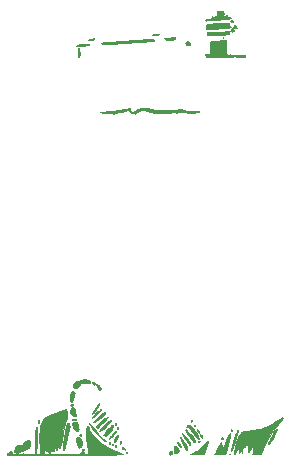
<source format=gbo>
%TF.GenerationSoftware,KiCad,Pcbnew,(6.0.7)*%
%TF.CreationDate,2022-09-23T10:31:46+02:00*%
%TF.ProjectId,GL019_LED_test,474c3031-395f-44c4-9544-5f746573742e,rev?*%
%TF.SameCoordinates,PX7df6180PY2cd02b0*%
%TF.FileFunction,Legend,Bot*%
%TF.FilePolarity,Positive*%
%FSLAX46Y46*%
G04 Gerber Fmt 4.6, Leading zero omitted, Abs format (unit mm)*
G04 Created by KiCad (PCBNEW (6.0.7)) date 2022-09-23 10:31:46*
%MOMM*%
%LPD*%
G01*
G04 APERTURE LIST*
%ADD10C,0.010000*%
G04 APERTURE END LIST*
%TO.C,Ref\u002A\u002A*%
G36*
X25276505Y-19849371D02*
G01*
X25286601Y-19867050D01*
X25285700Y-19909367D01*
X25271400Y-19931572D01*
X25248329Y-19922795D01*
X25238232Y-19905116D01*
X25239133Y-19862800D01*
X25253433Y-19840595D01*
X25276505Y-19849371D01*
G37*
D10*
X25276505Y-19849371D02*
X25286601Y-19867050D01*
X25285700Y-19909367D01*
X25271400Y-19931572D01*
X25248329Y-19922795D01*
X25238232Y-19905116D01*
X25239133Y-19862800D01*
X25253433Y-19840595D01*
X25276505Y-19849371D01*
G36*
X22043916Y-21592355D02*
G01*
X22053132Y-21620920D01*
X22054560Y-21669042D01*
X22048535Y-21720384D01*
X22035395Y-21758610D01*
X22002590Y-21778253D01*
X21929544Y-21797098D01*
X21818761Y-21814243D01*
X21793770Y-21817334D01*
X21646946Y-21833630D01*
X21533733Y-21841600D01*
X21447171Y-21840828D01*
X21380300Y-21830898D01*
X21326159Y-21811393D01*
X21277789Y-21781898D01*
X21248134Y-21759773D01*
X21195052Y-21714700D01*
X21172094Y-21685227D01*
X21182211Y-21674667D01*
X21183085Y-21674641D01*
X21212985Y-21672129D01*
X21277502Y-21665974D01*
X21369877Y-21656846D01*
X21483351Y-21645410D01*
X21611167Y-21632333D01*
X21625684Y-21630839D01*
X21752141Y-21617914D01*
X21863421Y-21606701D01*
X21952791Y-21597867D01*
X22013519Y-21592078D01*
X22038873Y-21590000D01*
X22043916Y-21592355D01*
G37*
X22043916Y-21592355D02*
X22053132Y-21620920D01*
X22054560Y-21669042D01*
X22048535Y-21720384D01*
X22035395Y-21758610D01*
X22002590Y-21778253D01*
X21929544Y-21797098D01*
X21818761Y-21814243D01*
X21793770Y-21817334D01*
X21646946Y-21833630D01*
X21533733Y-21841600D01*
X21447171Y-21840828D01*
X21380300Y-21830898D01*
X21326159Y-21811393D01*
X21277789Y-21781898D01*
X21248134Y-21759773D01*
X21195052Y-21714700D01*
X21172094Y-21685227D01*
X21182211Y-21674667D01*
X21183085Y-21674641D01*
X21212985Y-21672129D01*
X21277502Y-21665974D01*
X21369877Y-21656846D01*
X21483351Y-21645410D01*
X21611167Y-21632333D01*
X21625684Y-21630839D01*
X21752141Y-21617914D01*
X21863421Y-21606701D01*
X21952791Y-21597867D01*
X22013519Y-21592078D01*
X22038873Y-21590000D01*
X22043916Y-21592355D01*
G36*
X26764627Y-23066345D02*
G01*
X26772834Y-23106156D01*
X26775833Y-23176251D01*
X26775590Y-23196735D01*
X26769698Y-23264768D01*
X26757480Y-23300209D01*
X26741003Y-23299811D01*
X26722333Y-23260326D01*
X26716403Y-23210176D01*
X26721795Y-23147842D01*
X26735812Y-23092020D01*
X26755487Y-23060576D01*
X26764627Y-23066345D01*
G37*
X26764627Y-23066345D02*
X26772834Y-23106156D01*
X26775833Y-23176251D01*
X26775590Y-23196735D01*
X26769698Y-23264768D01*
X26757480Y-23300209D01*
X26741003Y-23299811D01*
X26722333Y-23260326D01*
X26716403Y-23210176D01*
X26721795Y-23147842D01*
X26735812Y-23092020D01*
X26755487Y-23060576D01*
X26764627Y-23066345D01*
G36*
X18737792Y-28052982D02*
G01*
X18741382Y-28060331D01*
X18711333Y-28063658D01*
X18682216Y-28060707D01*
X18684875Y-28052982D01*
X18694456Y-28050186D01*
X18737792Y-28052982D01*
G37*
X18737792Y-28052982D02*
X18741382Y-28060331D01*
X18711333Y-28063658D01*
X18682216Y-28060707D01*
X18684875Y-28052982D01*
X18694456Y-28050186D01*
X18737792Y-28052982D01*
G36*
X26421292Y-21859012D02*
G01*
X26425347Y-21879784D01*
X26429181Y-21937573D01*
X26432438Y-22026681D01*
X26434960Y-22141472D01*
X26436589Y-22276313D01*
X26437167Y-22425568D01*
X26437077Y-22509067D01*
X26436145Y-22669733D01*
X26434060Y-22793475D01*
X26430648Y-22884039D01*
X26425735Y-22945175D01*
X26419147Y-22980629D01*
X26410708Y-22994148D01*
X26397642Y-22998462D01*
X26377049Y-23002177D01*
X26346186Y-23004483D01*
X26300479Y-23005326D01*
X26235352Y-23004654D01*
X26146230Y-23002413D01*
X26028537Y-22998549D01*
X25877700Y-22993010D01*
X25689141Y-22985742D01*
X25541732Y-22979714D01*
X25393413Y-22972698D01*
X25279915Y-22965868D01*
X25197078Y-22958859D01*
X25140743Y-22951305D01*
X25106753Y-22942838D01*
X25090947Y-22933094D01*
X25084100Y-22911928D01*
X25075252Y-22851236D01*
X25066774Y-22757895D01*
X25059139Y-22637347D01*
X25052821Y-22495033D01*
X25052145Y-22476280D01*
X25047605Y-22332967D01*
X25045777Y-22224621D01*
X25046897Y-22144691D01*
X25051201Y-22086625D01*
X25058924Y-22043870D01*
X25070304Y-22009874D01*
X25102610Y-21932555D01*
X25277764Y-21920034D01*
X25366534Y-21913823D01*
X25522886Y-21903435D01*
X25682811Y-21893409D01*
X25840582Y-21884050D01*
X25990473Y-21875663D01*
X26126757Y-21868554D01*
X26243708Y-21863029D01*
X26335598Y-21859393D01*
X26396702Y-21857952D01*
X26421292Y-21859012D01*
G37*
X26421292Y-21859012D02*
X26425347Y-21879784D01*
X26429181Y-21937573D01*
X26432438Y-22026681D01*
X26434960Y-22141472D01*
X26436589Y-22276313D01*
X26437167Y-22425568D01*
X26437077Y-22509067D01*
X26436145Y-22669733D01*
X26434060Y-22793475D01*
X26430648Y-22884039D01*
X26425735Y-22945175D01*
X26419147Y-22980629D01*
X26410708Y-22994148D01*
X26397642Y-22998462D01*
X26377049Y-23002177D01*
X26346186Y-23004483D01*
X26300479Y-23005326D01*
X26235352Y-23004654D01*
X26146230Y-23002413D01*
X26028537Y-22998549D01*
X25877700Y-22993010D01*
X25689141Y-22985742D01*
X25541732Y-22979714D01*
X25393413Y-22972698D01*
X25279915Y-22965868D01*
X25197078Y-22958859D01*
X25140743Y-22951305D01*
X25106753Y-22942838D01*
X25090947Y-22933094D01*
X25084100Y-22911928D01*
X25075252Y-22851236D01*
X25066774Y-22757895D01*
X25059139Y-22637347D01*
X25052821Y-22495033D01*
X25052145Y-22476280D01*
X25047605Y-22332967D01*
X25045777Y-22224621D01*
X25046897Y-22144691D01*
X25051201Y-22086625D01*
X25058924Y-22043870D01*
X25070304Y-22009874D01*
X25102610Y-21932555D01*
X25277764Y-21920034D01*
X25366534Y-21913823D01*
X25522886Y-21903435D01*
X25682811Y-21893409D01*
X25840582Y-21884050D01*
X25990473Y-21875663D01*
X26126757Y-21868554D01*
X26243708Y-21863029D01*
X26335598Y-21859393D01*
X26396702Y-21857952D01*
X26421292Y-21859012D01*
G36*
X26922882Y-20151101D02*
G01*
X26966411Y-20203728D01*
X26977044Y-20225458D01*
X26981361Y-20261569D01*
X26955936Y-20298628D01*
X26942288Y-20311713D01*
X26888263Y-20337574D01*
X26834157Y-20334636D01*
X26792503Y-20305960D01*
X26775833Y-20254611D01*
X26785723Y-20218499D01*
X26814189Y-20171489D01*
X26824468Y-20160201D01*
X26873109Y-20136071D01*
X26922882Y-20151101D01*
G37*
X26922882Y-20151101D02*
X26966411Y-20203728D01*
X26977044Y-20225458D01*
X26981361Y-20261569D01*
X26955936Y-20298628D01*
X26942288Y-20311713D01*
X26888263Y-20337574D01*
X26834157Y-20334636D01*
X26792503Y-20305960D01*
X26775833Y-20254611D01*
X26785723Y-20218499D01*
X26814189Y-20171489D01*
X26824468Y-20160201D01*
X26873109Y-20136071D01*
X26922882Y-20151101D01*
G36*
X26612862Y-21114645D02*
G01*
X26643972Y-21121740D01*
X26660620Y-21136376D01*
X26671613Y-21160326D01*
X26687796Y-21222082D01*
X26687216Y-21288104D01*
X26664708Y-21331008D01*
X26651585Y-21336200D01*
X26598202Y-21346083D01*
X26509885Y-21356851D01*
X26391297Y-21368143D01*
X26247105Y-21379603D01*
X26081972Y-21390870D01*
X25900565Y-21401587D01*
X25707547Y-21411395D01*
X25507583Y-21419936D01*
X25455589Y-21421944D01*
X25276176Y-21428836D01*
X25133626Y-21434001D01*
X25023598Y-21437281D01*
X24941754Y-21438518D01*
X24883754Y-21437554D01*
X24845257Y-21434232D01*
X24821923Y-21428394D01*
X24809414Y-21419882D01*
X24803389Y-21408540D01*
X24799508Y-21394208D01*
X24799023Y-21392346D01*
X24790247Y-21336615D01*
X24786456Y-21270332D01*
X24786167Y-21194082D01*
X24981958Y-21180757D01*
X24982015Y-21180753D01*
X25037146Y-21177236D01*
X25103559Y-21173477D01*
X25184702Y-21169325D01*
X25284021Y-21164630D01*
X25404963Y-21159244D01*
X25550975Y-21153014D01*
X25725504Y-21145792D01*
X25931995Y-21137428D01*
X26173897Y-21127772D01*
X26454655Y-21116673D01*
X26472030Y-21115993D01*
X26558483Y-21113320D01*
X26612862Y-21114645D01*
G37*
X26612862Y-21114645D02*
X26643972Y-21121740D01*
X26660620Y-21136376D01*
X26671613Y-21160326D01*
X26687796Y-21222082D01*
X26687216Y-21288104D01*
X26664708Y-21331008D01*
X26651585Y-21336200D01*
X26598202Y-21346083D01*
X26509885Y-21356851D01*
X26391297Y-21368143D01*
X26247105Y-21379603D01*
X26081972Y-21390870D01*
X25900565Y-21401587D01*
X25707547Y-21411395D01*
X25507583Y-21419936D01*
X25455589Y-21421944D01*
X25276176Y-21428836D01*
X25133626Y-21434001D01*
X25023598Y-21437281D01*
X24941754Y-21438518D01*
X24883754Y-21437554D01*
X24845257Y-21434232D01*
X24821923Y-21428394D01*
X24809414Y-21419882D01*
X24803389Y-21408540D01*
X24799508Y-21394208D01*
X24799023Y-21392346D01*
X24790247Y-21336615D01*
X24786456Y-21270332D01*
X24786167Y-21194082D01*
X24981958Y-21180757D01*
X24982015Y-21180753D01*
X25037146Y-21177236D01*
X25103559Y-21173477D01*
X25184702Y-21169325D01*
X25284021Y-21164630D01*
X25404963Y-21159244D01*
X25550975Y-21153014D01*
X25725504Y-21145792D01*
X25931995Y-21137428D01*
X26173897Y-21127772D01*
X26454655Y-21116673D01*
X26472030Y-21115993D01*
X26558483Y-21113320D01*
X26612862Y-21114645D01*
G36*
X15242805Y-21750801D02*
G01*
X15223798Y-21791185D01*
X15175147Y-21825380D01*
X15156244Y-21828960D01*
X15095293Y-21834968D01*
X15010935Y-21839538D01*
X14915445Y-21841890D01*
X14820428Y-21841662D01*
X14755488Y-21838000D01*
X14722415Y-21830177D01*
X14715871Y-21817542D01*
X14726678Y-21806447D01*
X14772596Y-21785056D01*
X14845601Y-21761703D01*
X14936509Y-21738862D01*
X15036133Y-21719005D01*
X15135289Y-21704607D01*
X15258899Y-21690622D01*
X15242805Y-21750801D01*
G37*
X15242805Y-21750801D02*
X15223798Y-21791185D01*
X15175147Y-21825380D01*
X15156244Y-21828960D01*
X15095293Y-21834968D01*
X15010935Y-21839538D01*
X14915445Y-21841890D01*
X14820428Y-21841662D01*
X14755488Y-21838000D01*
X14722415Y-21830177D01*
X14715871Y-21817542D01*
X14726678Y-21806447D01*
X14772596Y-21785056D01*
X14845601Y-21761703D01*
X14936509Y-21738862D01*
X15036133Y-21719005D01*
X15135289Y-21704607D01*
X15258899Y-21690622D01*
X15242805Y-21750801D01*
G36*
X20253025Y-21796787D02*
G01*
X20282136Y-21841117D01*
X20294945Y-21880451D01*
X20274799Y-21902830D01*
X20219458Y-21916217D01*
X20164942Y-21923690D01*
X20089094Y-21932177D01*
X19990806Y-21941688D01*
X19868098Y-21952368D01*
X19718987Y-21964365D01*
X19541490Y-21977824D01*
X19333625Y-21992894D01*
X19093411Y-22009720D01*
X18818865Y-22028449D01*
X18508006Y-22049229D01*
X18158850Y-22072204D01*
X17769417Y-22097523D01*
X17706725Y-22101583D01*
X17542271Y-22112271D01*
X17389545Y-22122251D01*
X17254652Y-22131120D01*
X17143694Y-22138475D01*
X17062776Y-22143916D01*
X17018000Y-22147038D01*
X16998049Y-22148132D01*
X16930831Y-22150290D01*
X16832515Y-22152371D01*
X16710538Y-22154252D01*
X16572332Y-22155808D01*
X16425333Y-22156915D01*
X16359079Y-22157252D01*
X16213220Y-22157501D01*
X16101659Y-22156550D01*
X16018589Y-22154031D01*
X15958208Y-22149580D01*
X15914710Y-22142830D01*
X15882290Y-22133415D01*
X15855145Y-22120969D01*
X15853583Y-22120136D01*
X15810571Y-22094834D01*
X15801882Y-22080187D01*
X15823395Y-22069517D01*
X15848779Y-22063955D01*
X15919369Y-22053734D01*
X16025228Y-22041599D01*
X16162162Y-22027925D01*
X16325977Y-22013085D01*
X16512479Y-21997456D01*
X16717474Y-21981411D01*
X16936768Y-21965325D01*
X17166167Y-21949573D01*
X17347303Y-21937382D01*
X17541732Y-21923974D01*
X17734761Y-21910375D01*
X17916179Y-21897311D01*
X18075773Y-21885509D01*
X18203333Y-21875698D01*
X18320054Y-21866669D01*
X18478243Y-21854841D01*
X18658724Y-21841662D01*
X18851096Y-21827884D01*
X19044961Y-21814259D01*
X19229917Y-21801537D01*
X19260037Y-21799490D01*
X19429139Y-21787947D01*
X19591911Y-21776751D01*
X19741171Y-21766403D01*
X19869738Y-21757401D01*
X19970431Y-21750247D01*
X20036067Y-21745439D01*
X20207217Y-21732455D01*
X20253025Y-21796787D01*
G37*
X20253025Y-21796787D02*
X20282136Y-21841117D01*
X20294945Y-21880451D01*
X20274799Y-21902830D01*
X20219458Y-21916217D01*
X20164942Y-21923690D01*
X20089094Y-21932177D01*
X19990806Y-21941688D01*
X19868098Y-21952368D01*
X19718987Y-21964365D01*
X19541490Y-21977824D01*
X19333625Y-21992894D01*
X19093411Y-22009720D01*
X18818865Y-22028449D01*
X18508006Y-22049229D01*
X18158850Y-22072204D01*
X17769417Y-22097523D01*
X17706725Y-22101583D01*
X17542271Y-22112271D01*
X17389545Y-22122251D01*
X17254652Y-22131120D01*
X17143694Y-22138475D01*
X17062776Y-22143916D01*
X17018000Y-22147038D01*
X16998049Y-22148132D01*
X16930831Y-22150290D01*
X16832515Y-22152371D01*
X16710538Y-22154252D01*
X16572332Y-22155808D01*
X16425333Y-22156915D01*
X16359079Y-22157252D01*
X16213220Y-22157501D01*
X16101659Y-22156550D01*
X16018589Y-22154031D01*
X15958208Y-22149580D01*
X15914710Y-22142830D01*
X15882290Y-22133415D01*
X15855145Y-22120969D01*
X15853583Y-22120136D01*
X15810571Y-22094834D01*
X15801882Y-22080187D01*
X15823395Y-22069517D01*
X15848779Y-22063955D01*
X15919369Y-22053734D01*
X16025228Y-22041599D01*
X16162162Y-22027925D01*
X16325977Y-22013085D01*
X16512479Y-21997456D01*
X16717474Y-21981411D01*
X16936768Y-21965325D01*
X17166167Y-21949573D01*
X17347303Y-21937382D01*
X17541732Y-21923974D01*
X17734761Y-21910375D01*
X17916179Y-21897311D01*
X18075773Y-21885509D01*
X18203333Y-21875698D01*
X18320054Y-21866669D01*
X18478243Y-21854841D01*
X18658724Y-21841662D01*
X18851096Y-21827884D01*
X19044961Y-21814259D01*
X19229917Y-21801537D01*
X19260037Y-21799490D01*
X19429139Y-21787947D01*
X19591911Y-21776751D01*
X19741171Y-21766403D01*
X19869738Y-21757401D01*
X19970431Y-21750247D01*
X20036067Y-21745439D01*
X20207217Y-21732455D01*
X20253025Y-21796787D01*
G36*
X20647055Y-21300911D02*
G01*
X20670506Y-21317601D01*
X20680723Y-21328254D01*
X20691855Y-21352837D01*
X20669203Y-21378372D01*
X20665370Y-21381299D01*
X20618434Y-21404179D01*
X20557016Y-21421745D01*
X20545092Y-21423772D01*
X20478452Y-21430924D01*
X20389539Y-21436488D01*
X20294206Y-21439399D01*
X20276969Y-21439601D01*
X20193415Y-21439180D01*
X20144180Y-21435087D01*
X20122427Y-21426217D01*
X20121315Y-21411465D01*
X20121366Y-21411336D01*
X20138998Y-21393534D01*
X20180655Y-21375683D01*
X20250842Y-21356554D01*
X20354062Y-21334919D01*
X20494819Y-21309548D01*
X20559107Y-21299386D01*
X20613687Y-21295012D01*
X20647055Y-21300911D01*
G37*
X20647055Y-21300911D02*
X20670506Y-21317601D01*
X20680723Y-21328254D01*
X20691855Y-21352837D01*
X20669203Y-21378372D01*
X20665370Y-21381299D01*
X20618434Y-21404179D01*
X20557016Y-21421745D01*
X20545092Y-21423772D01*
X20478452Y-21430924D01*
X20389539Y-21436488D01*
X20294206Y-21439399D01*
X20276969Y-21439601D01*
X20193415Y-21439180D01*
X20144180Y-21435087D01*
X20122427Y-21426217D01*
X20121315Y-21411465D01*
X20121366Y-21411336D01*
X20138998Y-21393534D01*
X20180655Y-21375683D01*
X20250842Y-21356554D01*
X20354062Y-21334919D01*
X20494819Y-21309548D01*
X20559107Y-21299386D01*
X20613687Y-21295012D01*
X20647055Y-21300911D01*
G36*
X14708696Y-22142538D02*
G01*
X14748258Y-22147248D01*
X14771991Y-22155204D01*
X14785824Y-22166947D01*
X14795688Y-22183018D01*
X14807503Y-22217325D01*
X14802498Y-22247635D01*
X14788027Y-22253153D01*
X14736676Y-22264020D01*
X14655853Y-22277371D01*
X14552963Y-22292011D01*
X14435412Y-22306749D01*
X14278078Y-22323642D01*
X14128780Y-22336614D01*
X13994546Y-22345274D01*
X13880763Y-22349428D01*
X13792820Y-22348879D01*
X13736103Y-22343432D01*
X13716000Y-22332891D01*
X13716018Y-22332549D01*
X13733352Y-22311479D01*
X13776972Y-22275554D01*
X13837708Y-22232350D01*
X13959417Y-22150917D01*
X14365103Y-22143704D01*
X14435732Y-22142468D01*
X14558363Y-22140689D01*
X14647374Y-22140532D01*
X14708696Y-22142538D01*
G37*
X14708696Y-22142538D02*
X14748258Y-22147248D01*
X14771991Y-22155204D01*
X14785824Y-22166947D01*
X14795688Y-22183018D01*
X14807503Y-22217325D01*
X14802498Y-22247635D01*
X14788027Y-22253153D01*
X14736676Y-22264020D01*
X14655853Y-22277371D01*
X14552963Y-22292011D01*
X14435412Y-22306749D01*
X14278078Y-22323642D01*
X14128780Y-22336614D01*
X13994546Y-22345274D01*
X13880763Y-22349428D01*
X13792820Y-22348879D01*
X13736103Y-22343432D01*
X13716000Y-22332891D01*
X13716018Y-22332549D01*
X13733352Y-22311479D01*
X13776972Y-22275554D01*
X13837708Y-22232350D01*
X13959417Y-22150917D01*
X14365103Y-22143704D01*
X14435732Y-22142468D01*
X14558363Y-22140689D01*
X14647374Y-22140532D01*
X14708696Y-22142538D01*
G36*
X14007957Y-22821485D02*
G01*
X14024049Y-22860233D01*
X14022297Y-22934643D01*
X14002508Y-23043826D01*
X13964488Y-23186893D01*
X13944805Y-23249944D01*
X13927254Y-23291182D01*
X13912651Y-23298422D01*
X13898811Y-23269678D01*
X13883548Y-23202968D01*
X13864674Y-23096307D01*
X13838562Y-22941032D01*
X13897658Y-22879349D01*
X13923014Y-22854535D01*
X13974214Y-22819289D01*
X14007957Y-22821485D01*
G37*
X14007957Y-22821485D02*
X14024049Y-22860233D01*
X14022297Y-22934643D01*
X14002508Y-23043826D01*
X13964488Y-23186893D01*
X13944805Y-23249944D01*
X13927254Y-23291182D01*
X13912651Y-23298422D01*
X13898811Y-23269678D01*
X13883548Y-23202968D01*
X13864674Y-23096307D01*
X13838562Y-22941032D01*
X13897658Y-22879349D01*
X13923014Y-22854535D01*
X13974214Y-22819289D01*
X14007957Y-22821485D01*
G36*
X26650616Y-19898840D02*
G01*
X26704306Y-19906454D01*
X26741222Y-19920236D01*
X26766420Y-19940292D01*
X26780670Y-19957699D01*
X26789888Y-19981556D01*
X26775776Y-19999668D01*
X26733608Y-20014203D01*
X26658659Y-20027324D01*
X26546202Y-20041197D01*
X26518461Y-20044264D01*
X26408046Y-20055733D01*
X26271073Y-20069138D01*
X26114410Y-20083878D01*
X25944927Y-20099355D01*
X25769495Y-20114971D01*
X25594983Y-20130125D01*
X25428261Y-20144220D01*
X25276199Y-20156657D01*
X25145666Y-20166836D01*
X25043532Y-20174159D01*
X24976667Y-20178026D01*
X24976563Y-20178031D01*
X24885754Y-20181911D01*
X24800247Y-20185778D01*
X24738542Y-20188794D01*
X24687093Y-20188536D01*
X24664133Y-20175527D01*
X24659167Y-20142651D01*
X24659175Y-20141013D01*
X24662941Y-20114182D01*
X24676354Y-20091898D01*
X24703491Y-20073311D01*
X24748431Y-20057571D01*
X24815253Y-20043830D01*
X24908035Y-20031236D01*
X25030855Y-20018940D01*
X25187791Y-20006093D01*
X25382923Y-19991844D01*
X25393700Y-19991081D01*
X25557364Y-19979028D01*
X25729541Y-19965615D01*
X25897540Y-19951878D01*
X26048676Y-19938853D01*
X26170257Y-19927575D01*
X26338369Y-19911916D01*
X26472701Y-19901678D01*
X26575099Y-19897283D01*
X26650616Y-19898840D01*
G37*
X26650616Y-19898840D02*
X26704306Y-19906454D01*
X26741222Y-19920236D01*
X26766420Y-19940292D01*
X26780670Y-19957699D01*
X26789888Y-19981556D01*
X26775776Y-19999668D01*
X26733608Y-20014203D01*
X26658659Y-20027324D01*
X26546202Y-20041197D01*
X26518461Y-20044264D01*
X26408046Y-20055733D01*
X26271073Y-20069138D01*
X26114410Y-20083878D01*
X25944927Y-20099355D01*
X25769495Y-20114971D01*
X25594983Y-20130125D01*
X25428261Y-20144220D01*
X25276199Y-20156657D01*
X25145666Y-20166836D01*
X25043532Y-20174159D01*
X24976667Y-20178026D01*
X24976563Y-20178031D01*
X24885754Y-20181911D01*
X24800247Y-20185778D01*
X24738542Y-20188794D01*
X24687093Y-20188536D01*
X24664133Y-20175527D01*
X24659167Y-20142651D01*
X24659175Y-20141013D01*
X24662941Y-20114182D01*
X24676354Y-20091898D01*
X24703491Y-20073311D01*
X24748431Y-20057571D01*
X24815253Y-20043830D01*
X24908035Y-20031236D01*
X25030855Y-20018940D01*
X25187791Y-20006093D01*
X25382923Y-19991844D01*
X25393700Y-19991081D01*
X25557364Y-19979028D01*
X25729541Y-19965615D01*
X25897540Y-19951878D01*
X26048676Y-19938853D01*
X26170257Y-19927575D01*
X26338369Y-19911916D01*
X26472701Y-19901678D01*
X26575099Y-19897283D01*
X26650616Y-19898840D01*
G36*
X27310543Y-23161886D02*
G01*
X27313383Y-23174114D01*
X27321423Y-23232855D01*
X27318412Y-23273011D01*
X27310438Y-23287626D01*
X27285747Y-23304500D01*
X27259128Y-23293025D01*
X27250265Y-23249710D01*
X27265097Y-23172697D01*
X27290589Y-23082250D01*
X27310543Y-23161886D01*
G37*
X27310543Y-23161886D02*
X27313383Y-23174114D01*
X27321423Y-23232855D01*
X27318412Y-23273011D01*
X27310438Y-23287626D01*
X27285747Y-23304500D01*
X27259128Y-23293025D01*
X27250265Y-23249710D01*
X27265097Y-23172697D01*
X27290589Y-23082250D01*
X27310543Y-23161886D01*
G36*
X26001346Y-23056260D02*
G01*
X26076618Y-23077539D01*
X26098703Y-23093446D01*
X26136947Y-23147338D01*
X26158262Y-23213201D01*
X26154802Y-23271561D01*
X26141435Y-23287236D01*
X26108904Y-23297638D01*
X26049803Y-23302855D01*
X25956289Y-23304176D01*
X25922099Y-23303797D01*
X25838646Y-23300091D01*
X25773975Y-23293308D01*
X25739857Y-23284517D01*
X25726779Y-23269713D01*
X25720046Y-23224004D01*
X25733247Y-23167224D01*
X25762061Y-23113709D01*
X25802167Y-23077796D01*
X25826620Y-23067866D01*
X25910459Y-23053043D01*
X26001346Y-23056260D01*
G37*
X26001346Y-23056260D02*
X26076618Y-23077539D01*
X26098703Y-23093446D01*
X26136947Y-23147338D01*
X26158262Y-23213201D01*
X26154802Y-23271561D01*
X26141435Y-23287236D01*
X26108904Y-23297638D01*
X26049803Y-23302855D01*
X25956289Y-23304176D01*
X25922099Y-23303797D01*
X25838646Y-23300091D01*
X25773975Y-23293308D01*
X25739857Y-23284517D01*
X25726779Y-23269713D01*
X25720046Y-23224004D01*
X25733247Y-23167224D01*
X25762061Y-23113709D01*
X25802167Y-23077796D01*
X25826620Y-23067866D01*
X25910459Y-23053043D01*
X26001346Y-23056260D01*
G36*
X27156672Y-20607223D02*
G01*
X27160386Y-20607878D01*
X27223563Y-20621844D01*
X27254479Y-20637611D01*
X27262667Y-20659916D01*
X27245736Y-20672093D01*
X27201263Y-20678339D01*
X27144073Y-20678056D01*
X27089030Y-20671353D01*
X27051000Y-20658342D01*
X27046978Y-20655521D01*
X27033722Y-20632097D01*
X27053277Y-20613486D01*
X27097106Y-20603818D01*
X27156672Y-20607223D01*
G37*
X27156672Y-20607223D02*
X27160386Y-20607878D01*
X27223563Y-20621844D01*
X27254479Y-20637611D01*
X27262667Y-20659916D01*
X27245736Y-20672093D01*
X27201263Y-20678339D01*
X27144073Y-20678056D01*
X27089030Y-20671353D01*
X27051000Y-20658342D01*
X27046978Y-20655521D01*
X27033722Y-20632097D01*
X27053277Y-20613486D01*
X27097106Y-20603818D01*
X27156672Y-20607223D01*
G36*
X13940978Y-22563402D02*
G01*
X13958601Y-22639686D01*
X13959128Y-22643237D01*
X13964702Y-22707249D01*
X13954879Y-22749460D01*
X13925603Y-22788113D01*
X13923044Y-22790811D01*
X13885675Y-22824818D01*
X13860477Y-22838833D01*
X13849732Y-22823386D01*
X13843708Y-22778007D01*
X13843379Y-22715433D01*
X13848242Y-22648600D01*
X13857796Y-22590442D01*
X13871539Y-22553895D01*
X13887785Y-22535635D01*
X13917317Y-22528663D01*
X13940978Y-22563402D01*
G37*
X13940978Y-22563402D02*
X13958601Y-22639686D01*
X13959128Y-22643237D01*
X13964702Y-22707249D01*
X13954879Y-22749460D01*
X13925603Y-22788113D01*
X13923044Y-22790811D01*
X13885675Y-22824818D01*
X13860477Y-22838833D01*
X13849732Y-22823386D01*
X13843708Y-22778007D01*
X13843379Y-22715433D01*
X13848242Y-22648600D01*
X13857796Y-22590442D01*
X13871539Y-22553895D01*
X13887785Y-22535635D01*
X13917317Y-22528663D01*
X13940978Y-22563402D01*
G36*
X26553583Y-23066393D02*
G01*
X26609197Y-23075874D01*
X26645025Y-23089840D01*
X26660221Y-23116570D01*
X26666251Y-23166222D01*
X26667404Y-23184854D01*
X26661284Y-23242952D01*
X26634690Y-23277971D01*
X26606300Y-23290400D01*
X26535597Y-23299950D01*
X26426772Y-23299982D01*
X26257250Y-23293917D01*
X26244602Y-23075923D01*
X26346176Y-23063080D01*
X26372240Y-23060570D01*
X26465127Y-23059135D01*
X26553583Y-23066393D01*
G37*
X26553583Y-23066393D02*
X26609197Y-23075874D01*
X26645025Y-23089840D01*
X26660221Y-23116570D01*
X26666251Y-23166222D01*
X26667404Y-23184854D01*
X26661284Y-23242952D01*
X26634690Y-23277971D01*
X26606300Y-23290400D01*
X26535597Y-23299950D01*
X26426772Y-23299982D01*
X26257250Y-23293917D01*
X26244602Y-23075923D01*
X26346176Y-23063080D01*
X26372240Y-23060570D01*
X26465127Y-23059135D01*
X26553583Y-23066393D01*
G36*
X23172138Y-21890660D02*
G01*
X23198280Y-21907320D01*
X23184556Y-21935722D01*
X23160623Y-21947946D01*
X23113012Y-21944667D01*
X23071667Y-21918083D01*
X23060104Y-21898901D01*
X23073542Y-21888718D01*
X23121992Y-21886333D01*
X23172138Y-21890660D01*
G37*
X23172138Y-21890660D02*
X23198280Y-21907320D01*
X23184556Y-21935722D01*
X23160623Y-21947946D01*
X23113012Y-21944667D01*
X23071667Y-21918083D01*
X23060104Y-21898901D01*
X23073542Y-21888718D01*
X23121992Y-21886333D01*
X23172138Y-21890660D01*
G36*
X27163762Y-20736666D02*
G01*
X27228427Y-20755933D01*
X27278022Y-20782428D01*
X27301407Y-20814384D01*
X27303154Y-20829376D01*
X27294597Y-20843650D01*
X27263366Y-20845996D01*
X27199956Y-20838692D01*
X27102777Y-20823358D01*
X27029548Y-20805805D01*
X26989248Y-20786239D01*
X26976917Y-20762977D01*
X26990756Y-20739879D01*
X27033786Y-20726874D01*
X27095168Y-20726392D01*
X27163762Y-20736666D01*
G37*
X27163762Y-20736666D02*
X27228427Y-20755933D01*
X27278022Y-20782428D01*
X27301407Y-20814384D01*
X27303154Y-20829376D01*
X27294597Y-20843650D01*
X27263366Y-20845996D01*
X27199956Y-20838692D01*
X27102777Y-20823358D01*
X27029548Y-20805805D01*
X26989248Y-20786239D01*
X26976917Y-20762977D01*
X26990756Y-20739879D01*
X27033786Y-20726874D01*
X27095168Y-20726392D01*
X27163762Y-20736666D01*
G36*
X26210679Y-19632083D02*
G01*
X26214682Y-19646392D01*
X26217448Y-19654704D01*
X26210581Y-19678397D01*
X26168955Y-19690845D01*
X26131697Y-19694222D01*
X26058993Y-19697903D01*
X25964840Y-19700974D01*
X25860375Y-19702995D01*
X25611667Y-19706167D01*
X25611667Y-19632083D01*
X25802167Y-19632083D01*
X25812750Y-19642667D01*
X25823333Y-19632083D01*
X25812750Y-19621500D01*
X25802167Y-19632083D01*
X25611667Y-19632083D01*
X25611667Y-19568583D01*
X25950333Y-19568583D01*
X25960917Y-19579167D01*
X25971500Y-19568583D01*
X25960917Y-19558000D01*
X25950333Y-19568583D01*
X25611667Y-19568583D01*
X25611667Y-19494500D01*
X25696333Y-19494500D01*
X25745711Y-19492047D01*
X25774037Y-19479695D01*
X25779133Y-19459254D01*
X25935047Y-19459254D01*
X25935367Y-19460177D01*
X25962036Y-19486268D01*
X25999969Y-19487674D01*
X26027096Y-19463401D01*
X26032126Y-19444542D01*
X26028627Y-19417571D01*
X26014288Y-19411829D01*
X25978622Y-19418048D01*
X25945652Y-19436777D01*
X25935047Y-19459254D01*
X25779133Y-19459254D01*
X25781000Y-19451763D01*
X25780442Y-19439396D01*
X25767411Y-19418396D01*
X25728083Y-19422308D01*
X25725240Y-19423006D01*
X25686286Y-19425191D01*
X25675167Y-19402971D01*
X25676223Y-19393200D01*
X25691694Y-19371286D01*
X25729504Y-19356258D01*
X25794614Y-19347285D01*
X25891986Y-19343539D01*
X26026579Y-19344189D01*
X26155742Y-19346333D01*
X26172370Y-19444542D01*
X26178140Y-19478625D01*
X26189757Y-19542054D01*
X26195447Y-19568583D01*
X26203771Y-19607398D01*
X26210679Y-19632083D01*
G37*
X26210679Y-19632083D02*
X26214682Y-19646392D01*
X26217448Y-19654704D01*
X26210581Y-19678397D01*
X26168955Y-19690845D01*
X26131697Y-19694222D01*
X26058993Y-19697903D01*
X25964840Y-19700974D01*
X25860375Y-19702995D01*
X25611667Y-19706167D01*
X25611667Y-19632083D01*
X25802167Y-19632083D01*
X25812750Y-19642667D01*
X25823333Y-19632083D01*
X25812750Y-19621500D01*
X25802167Y-19632083D01*
X25611667Y-19632083D01*
X25611667Y-19568583D01*
X25950333Y-19568583D01*
X25960917Y-19579167D01*
X25971500Y-19568583D01*
X25960917Y-19558000D01*
X25950333Y-19568583D01*
X25611667Y-19568583D01*
X25611667Y-19494500D01*
X25696333Y-19494500D01*
X25745711Y-19492047D01*
X25774037Y-19479695D01*
X25779133Y-19459254D01*
X25935047Y-19459254D01*
X25935367Y-19460177D01*
X25962036Y-19486268D01*
X25999969Y-19487674D01*
X26027096Y-19463401D01*
X26032126Y-19444542D01*
X26028627Y-19417571D01*
X26014288Y-19411829D01*
X25978622Y-19418048D01*
X25945652Y-19436777D01*
X25935047Y-19459254D01*
X25779133Y-19459254D01*
X25781000Y-19451763D01*
X25780442Y-19439396D01*
X25767411Y-19418396D01*
X25728083Y-19422308D01*
X25725240Y-19423006D01*
X25686286Y-19425191D01*
X25675167Y-19402971D01*
X25676223Y-19393200D01*
X25691694Y-19371286D01*
X25729504Y-19356258D01*
X25794614Y-19347285D01*
X25891986Y-19343539D01*
X26026579Y-19344189D01*
X26155742Y-19346333D01*
X26172370Y-19444542D01*
X26178140Y-19478625D01*
X26189757Y-19542054D01*
X26195447Y-19568583D01*
X26203771Y-19607398D01*
X26210679Y-19632083D01*
G36*
X26491935Y-19765201D02*
G01*
X26506767Y-19773970D01*
X26515883Y-19788917D01*
X26487941Y-19807482D01*
X26458208Y-19816131D01*
X26387555Y-19828521D01*
X26281230Y-19843140D01*
X26142741Y-19859576D01*
X25975591Y-19877415D01*
X25783287Y-19896246D01*
X25569333Y-19915655D01*
X25517492Y-19920271D01*
X25439580Y-19927566D01*
X25384912Y-19933163D01*
X25362958Y-19936122D01*
X25362723Y-19936235D01*
X25357811Y-19923125D01*
X25359696Y-19918286D01*
X25384812Y-19892457D01*
X25429798Y-19858333D01*
X25431267Y-19857336D01*
X25458842Y-19840616D01*
X25489795Y-19827793D01*
X25530617Y-19817980D01*
X25587795Y-19810292D01*
X25667818Y-19803845D01*
X25777173Y-19797752D01*
X25922350Y-19791129D01*
X25936533Y-19790506D01*
X26068496Y-19784082D01*
X26188269Y-19777185D01*
X26288324Y-19770325D01*
X26361132Y-19764013D01*
X26399164Y-19758761D01*
X26444270Y-19754558D01*
X26491935Y-19765201D01*
G37*
X26491935Y-19765201D02*
X26506767Y-19773970D01*
X26515883Y-19788917D01*
X26487941Y-19807482D01*
X26458208Y-19816131D01*
X26387555Y-19828521D01*
X26281230Y-19843140D01*
X26142741Y-19859576D01*
X25975591Y-19877415D01*
X25783287Y-19896246D01*
X25569333Y-19915655D01*
X25517492Y-19920271D01*
X25439580Y-19927566D01*
X25384912Y-19933163D01*
X25362958Y-19936122D01*
X25362723Y-19936235D01*
X25357811Y-19923125D01*
X25359696Y-19918286D01*
X25384812Y-19892457D01*
X25429798Y-19858333D01*
X25431267Y-19857336D01*
X25458842Y-19840616D01*
X25489795Y-19827793D01*
X25530617Y-19817980D01*
X25587795Y-19810292D01*
X25667818Y-19803845D01*
X25777173Y-19797752D01*
X25922350Y-19791129D01*
X25936533Y-19790506D01*
X26068496Y-19784082D01*
X26188269Y-19777185D01*
X26288324Y-19770325D01*
X26361132Y-19764013D01*
X26399164Y-19758761D01*
X26444270Y-19754558D01*
X26491935Y-19765201D01*
G36*
X24791455Y-23016889D02*
G01*
X24812830Y-23018499D01*
X24916148Y-23025750D01*
X25043802Y-23034109D01*
X25181597Y-23042665D01*
X25315333Y-23050508D01*
X25381181Y-23054253D01*
X25485787Y-23060295D01*
X25570134Y-23065286D01*
X25626887Y-23068789D01*
X25648708Y-23070366D01*
X25652582Y-23075037D01*
X25654008Y-23108306D01*
X25646115Y-23160576D01*
X25630763Y-23216675D01*
X25607526Y-23283333D01*
X25161413Y-23283333D01*
X25174468Y-23188083D01*
X25177036Y-23165637D01*
X25176333Y-23110577D01*
X25164862Y-23093671D01*
X25148391Y-23116144D01*
X25132687Y-23179219D01*
X25128291Y-23202219D01*
X25115757Y-23238447D01*
X25103632Y-23240944D01*
X25091541Y-23228973D01*
X25076663Y-23246847D01*
X25075545Y-23249324D01*
X25052741Y-23265886D01*
X25001435Y-23275121D01*
X24914842Y-23278350D01*
X24871155Y-23278470D01*
X24808134Y-23275852D01*
X24767728Y-23265540D01*
X24736760Y-23242882D01*
X24702050Y-23203224D01*
X24687385Y-23184505D01*
X24645068Y-23120567D01*
X24617504Y-23064493D01*
X24595659Y-23001827D01*
X24791455Y-23016889D01*
G37*
X24791455Y-23016889D02*
X24812830Y-23018499D01*
X24916148Y-23025750D01*
X25043802Y-23034109D01*
X25181597Y-23042665D01*
X25315333Y-23050508D01*
X25381181Y-23054253D01*
X25485787Y-23060295D01*
X25570134Y-23065286D01*
X25626887Y-23068789D01*
X25648708Y-23070366D01*
X25652582Y-23075037D01*
X25654008Y-23108306D01*
X25646115Y-23160576D01*
X25630763Y-23216675D01*
X25607526Y-23283333D01*
X25161413Y-23283333D01*
X25174468Y-23188083D01*
X25177036Y-23165637D01*
X25176333Y-23110577D01*
X25164862Y-23093671D01*
X25148391Y-23116144D01*
X25132687Y-23179219D01*
X25128291Y-23202219D01*
X25115757Y-23238447D01*
X25103632Y-23240944D01*
X25091541Y-23228973D01*
X25076663Y-23246847D01*
X25075545Y-23249324D01*
X25052741Y-23265886D01*
X25001435Y-23275121D01*
X24914842Y-23278350D01*
X24871155Y-23278470D01*
X24808134Y-23275852D01*
X24767728Y-23265540D01*
X24736760Y-23242882D01*
X24702050Y-23203224D01*
X24687385Y-23184505D01*
X24645068Y-23120567D01*
X24617504Y-23064493D01*
X24595659Y-23001827D01*
X24791455Y-23016889D01*
G36*
X16894969Y-28073707D02*
G01*
X16904766Y-28081326D01*
X16882181Y-28086495D01*
X16860712Y-28084999D01*
X16854399Y-28075378D01*
X16861888Y-28071184D01*
X16894969Y-28073707D01*
G37*
X16894969Y-28073707D02*
X16904766Y-28081326D01*
X16882181Y-28086495D01*
X16860712Y-28084999D01*
X16854399Y-28075378D01*
X16861888Y-28071184D01*
X16894969Y-28073707D01*
G36*
X18282728Y-27617452D02*
G01*
X18295294Y-27663172D01*
X18309075Y-27727848D01*
X18310398Y-27734787D01*
X18327532Y-27809909D01*
X18349369Y-27857824D01*
X18385281Y-27892314D01*
X18444641Y-27927156D01*
X18519712Y-27967229D01*
X18684315Y-27855042D01*
X18719428Y-27830905D01*
X18794693Y-27777822D01*
X18856219Y-27732663D01*
X18893275Y-27703223D01*
X18907158Y-27693196D01*
X18960244Y-27671530D01*
X19045674Y-27651849D01*
X19168441Y-27632876D01*
X19282372Y-27618803D01*
X19420178Y-27606901D01*
X19542850Y-27604915D01*
X19664311Y-27613393D01*
X19798489Y-27632881D01*
X19959308Y-27663925D01*
X20090078Y-27690694D01*
X20221886Y-27716441D01*
X20341899Y-27737696D01*
X20455033Y-27754666D01*
X20566204Y-27767559D01*
X20680327Y-27776580D01*
X20802317Y-27781937D01*
X20937090Y-27783836D01*
X21089561Y-27782484D01*
X21264646Y-27778088D01*
X21467260Y-27770854D01*
X21702318Y-27760990D01*
X21974736Y-27748701D01*
X22581721Y-27720851D01*
X22768486Y-27776570D01*
X22816420Y-27790506D01*
X23048885Y-27845874D01*
X23259151Y-27873151D01*
X23454626Y-27872923D01*
X23642720Y-27845776D01*
X23677012Y-27838500D01*
X23751976Y-27825370D01*
X23812990Y-27822402D01*
X23878380Y-27829680D01*
X23966475Y-27847292D01*
X23991695Y-27852963D01*
X24060122Y-27871092D01*
X24104110Y-27887123D01*
X24115089Y-27898123D01*
X24102177Y-27905793D01*
X24056641Y-27925274D01*
X23993938Y-27947770D01*
X23960573Y-27957281D01*
X23905812Y-27967419D01*
X23834738Y-27974573D01*
X23740851Y-27979164D01*
X23617650Y-27981611D01*
X23458636Y-27982333D01*
X23318710Y-27982035D01*
X23204118Y-27980721D01*
X23119166Y-27977850D01*
X23057300Y-27972883D01*
X23011965Y-27965278D01*
X22976605Y-27954497D01*
X22944667Y-27940000D01*
X22914927Y-27926367D01*
X22867720Y-27911943D01*
X22807744Y-27903181D01*
X22725158Y-27898838D01*
X22610124Y-27897667D01*
X22568082Y-27897727D01*
X22472446Y-27898956D01*
X22407958Y-27902737D01*
X22366323Y-27910333D01*
X22339246Y-27923003D01*
X22318432Y-27942009D01*
X22312671Y-27948197D01*
X22287706Y-27968125D01*
X22254723Y-27977706D01*
X22202387Y-27978695D01*
X22119360Y-27972850D01*
X22028096Y-27964524D01*
X21939256Y-27955447D01*
X21873251Y-27947690D01*
X21854244Y-27945262D01*
X21807354Y-27943520D01*
X21784417Y-27957593D01*
X21771599Y-27993750D01*
X21757112Y-28051470D01*
X21562431Y-28037110D01*
X21542356Y-28035566D01*
X21419967Y-28024357D01*
X21286220Y-28009829D01*
X21166667Y-27994718D01*
X21101419Y-27985960D01*
X21025666Y-27978075D01*
X20974283Y-27977714D01*
X20936633Y-27985110D01*
X20902083Y-28000495D01*
X20852862Y-28018125D01*
X20754289Y-28031856D01*
X20627598Y-28033413D01*
X20479810Y-28023543D01*
X20317941Y-28002998D01*
X20149010Y-27972524D01*
X19980037Y-27932873D01*
X19818038Y-27884792D01*
X19761005Y-27866207D01*
X19650102Y-27831980D01*
X19545789Y-27801925D01*
X19464749Y-27780947D01*
X19450194Y-27777590D01*
X19378273Y-27763088D01*
X19325765Y-27760435D01*
X19274100Y-27770605D01*
X19204711Y-27794569D01*
X19151648Y-27815480D01*
X19066051Y-27853416D01*
X18997083Y-27888682D01*
X18936039Y-27915069D01*
X18837910Y-27945274D01*
X18711764Y-27976433D01*
X18564797Y-28006775D01*
X18404205Y-28034530D01*
X18319326Y-28047838D01*
X18245990Y-27925127D01*
X18207053Y-27862723D01*
X18172378Y-27812275D01*
X18151127Y-27787422D01*
X18149681Y-27786460D01*
X18130272Y-27780074D01*
X18098383Y-27781513D01*
X18047101Y-27792182D01*
X17969509Y-27813487D01*
X17858692Y-27846832D01*
X17845645Y-27850731D01*
X17737979Y-27877878D01*
X17615603Y-27902290D01*
X17502539Y-27919093D01*
X17469425Y-27923162D01*
X17374634Y-27937983D01*
X17292324Y-27955109D01*
X17237345Y-27971600D01*
X17204861Y-27980102D01*
X17128674Y-27989887D01*
X17022392Y-27997477D01*
X16893066Y-28002885D01*
X16747747Y-28006125D01*
X16593486Y-28007209D01*
X16437334Y-28006150D01*
X16286343Y-28002960D01*
X16147562Y-27997652D01*
X16028045Y-27990239D01*
X15934840Y-27980733D01*
X15875000Y-27969147D01*
X15758583Y-27933140D01*
X15832539Y-27917021D01*
X15874548Y-27911418D01*
X15951911Y-27904974D01*
X16055531Y-27898409D01*
X16177219Y-27892240D01*
X16308789Y-27886984D01*
X16395812Y-27883554D01*
X16614545Y-27870184D01*
X16804561Y-27850518D01*
X16975667Y-27823623D01*
X17092986Y-27801827D01*
X17292123Y-27765398D01*
X17484532Y-27730870D01*
X17665854Y-27698979D01*
X17831728Y-27670461D01*
X17977793Y-27646051D01*
X18099688Y-27626484D01*
X18193054Y-27612496D01*
X18253529Y-27604822D01*
X18276753Y-27604197D01*
X18282728Y-27617452D01*
G37*
X18282728Y-27617452D02*
X18295294Y-27663172D01*
X18309075Y-27727848D01*
X18310398Y-27734787D01*
X18327532Y-27809909D01*
X18349369Y-27857824D01*
X18385281Y-27892314D01*
X18444641Y-27927156D01*
X18519712Y-27967229D01*
X18684315Y-27855042D01*
X18719428Y-27830905D01*
X18794693Y-27777822D01*
X18856219Y-27732663D01*
X18893275Y-27703223D01*
X18907158Y-27693196D01*
X18960244Y-27671530D01*
X19045674Y-27651849D01*
X19168441Y-27632876D01*
X19282372Y-27618803D01*
X19420178Y-27606901D01*
X19542850Y-27604915D01*
X19664311Y-27613393D01*
X19798489Y-27632881D01*
X19959308Y-27663925D01*
X20090078Y-27690694D01*
X20221886Y-27716441D01*
X20341899Y-27737696D01*
X20455033Y-27754666D01*
X20566204Y-27767559D01*
X20680327Y-27776580D01*
X20802317Y-27781937D01*
X20937090Y-27783836D01*
X21089561Y-27782484D01*
X21264646Y-27778088D01*
X21467260Y-27770854D01*
X21702318Y-27760990D01*
X21974736Y-27748701D01*
X22581721Y-27720851D01*
X22768486Y-27776570D01*
X22816420Y-27790506D01*
X23048885Y-27845874D01*
X23259151Y-27873151D01*
X23454626Y-27872923D01*
X23642720Y-27845776D01*
X23677012Y-27838500D01*
X23751976Y-27825370D01*
X23812990Y-27822402D01*
X23878380Y-27829680D01*
X23966475Y-27847292D01*
X23991695Y-27852963D01*
X24060122Y-27871092D01*
X24104110Y-27887123D01*
X24115089Y-27898123D01*
X24102177Y-27905793D01*
X24056641Y-27925274D01*
X23993938Y-27947770D01*
X23960573Y-27957281D01*
X23905812Y-27967419D01*
X23834738Y-27974573D01*
X23740851Y-27979164D01*
X23617650Y-27981611D01*
X23458636Y-27982333D01*
X23318710Y-27982035D01*
X23204118Y-27980721D01*
X23119166Y-27977850D01*
X23057300Y-27972883D01*
X23011965Y-27965278D01*
X22976605Y-27954497D01*
X22944667Y-27940000D01*
X22914927Y-27926367D01*
X22867720Y-27911943D01*
X22807744Y-27903181D01*
X22725158Y-27898838D01*
X22610124Y-27897667D01*
X22568082Y-27897727D01*
X22472446Y-27898956D01*
X22407958Y-27902737D01*
X22366323Y-27910333D01*
X22339246Y-27923003D01*
X22318432Y-27942009D01*
X22312671Y-27948197D01*
X22287706Y-27968125D01*
X22254723Y-27977706D01*
X22202387Y-27978695D01*
X22119360Y-27972850D01*
X22028096Y-27964524D01*
X21939256Y-27955447D01*
X21873251Y-27947690D01*
X21854244Y-27945262D01*
X21807354Y-27943520D01*
X21784417Y-27957593D01*
X21771599Y-27993750D01*
X21757112Y-28051470D01*
X21562431Y-28037110D01*
X21542356Y-28035566D01*
X21419967Y-28024357D01*
X21286220Y-28009829D01*
X21166667Y-27994718D01*
X21101419Y-27985960D01*
X21025666Y-27978075D01*
X20974283Y-27977714D01*
X20936633Y-27985110D01*
X20902083Y-28000495D01*
X20852862Y-28018125D01*
X20754289Y-28031856D01*
X20627598Y-28033413D01*
X20479810Y-28023543D01*
X20317941Y-28002998D01*
X20149010Y-27972524D01*
X19980037Y-27932873D01*
X19818038Y-27884792D01*
X19761005Y-27866207D01*
X19650102Y-27831980D01*
X19545789Y-27801925D01*
X19464749Y-27780947D01*
X19450194Y-27777590D01*
X19378273Y-27763088D01*
X19325765Y-27760435D01*
X19274100Y-27770605D01*
X19204711Y-27794569D01*
X19151648Y-27815480D01*
X19066051Y-27853416D01*
X18997083Y-27888682D01*
X18936039Y-27915069D01*
X18837910Y-27945274D01*
X18711764Y-27976433D01*
X18564797Y-28006775D01*
X18404205Y-28034530D01*
X18319326Y-28047838D01*
X18245990Y-27925127D01*
X18207053Y-27862723D01*
X18172378Y-27812275D01*
X18151127Y-27787422D01*
X18149681Y-27786460D01*
X18130272Y-27780074D01*
X18098383Y-27781513D01*
X18047101Y-27792182D01*
X17969509Y-27813487D01*
X17858692Y-27846832D01*
X17845645Y-27850731D01*
X17737979Y-27877878D01*
X17615603Y-27902290D01*
X17502539Y-27919093D01*
X17469425Y-27923162D01*
X17374634Y-27937983D01*
X17292324Y-27955109D01*
X17237345Y-27971600D01*
X17204861Y-27980102D01*
X17128674Y-27989887D01*
X17022392Y-27997477D01*
X16893066Y-28002885D01*
X16747747Y-28006125D01*
X16593486Y-28007209D01*
X16437334Y-28006150D01*
X16286343Y-28002960D01*
X16147562Y-27997652D01*
X16028045Y-27990239D01*
X15934840Y-27980733D01*
X15875000Y-27969147D01*
X15758583Y-27933140D01*
X15832539Y-27917021D01*
X15874548Y-27911418D01*
X15951911Y-27904974D01*
X16055531Y-27898409D01*
X16177219Y-27892240D01*
X16308789Y-27886984D01*
X16395812Y-27883554D01*
X16614545Y-27870184D01*
X16804561Y-27850518D01*
X16975667Y-27823623D01*
X17092986Y-27801827D01*
X17292123Y-27765398D01*
X17484532Y-27730870D01*
X17665854Y-27698979D01*
X17831728Y-27670461D01*
X17977793Y-27646051D01*
X18099688Y-27626484D01*
X18193054Y-27612496D01*
X18253529Y-27604822D01*
X18276753Y-27604197D01*
X18282728Y-27617452D01*
G36*
X26140833Y-21632333D02*
G01*
X26139306Y-21643539D01*
X26126722Y-21646444D01*
X26124189Y-21643342D01*
X26126722Y-21618222D01*
X26133089Y-21614911D01*
X26140833Y-21632333D01*
G37*
X26140833Y-21632333D02*
X26139306Y-21643539D01*
X26126722Y-21646444D01*
X26124189Y-21643342D01*
X26126722Y-21618222D01*
X26133089Y-21614911D01*
X26140833Y-21632333D01*
G36*
X27785758Y-23179684D02*
G01*
X27782376Y-23200010D01*
X27766020Y-23255277D01*
X27745813Y-23286060D01*
X27744534Y-23286789D01*
X27707815Y-23295462D01*
X27642957Y-23301693D01*
X27563132Y-23304176D01*
X27408514Y-23304500D01*
X27414965Y-23203958D01*
X27421417Y-23103417D01*
X27609528Y-23097258D01*
X27797640Y-23091100D01*
X27785758Y-23179684D01*
G37*
X27785758Y-23179684D02*
X27782376Y-23200010D01*
X27766020Y-23255277D01*
X27745813Y-23286060D01*
X27744534Y-23286789D01*
X27707815Y-23295462D01*
X27642957Y-23301693D01*
X27563132Y-23304176D01*
X27408514Y-23304500D01*
X27414965Y-23203958D01*
X27421417Y-23103417D01*
X27609528Y-23097258D01*
X27797640Y-23091100D01*
X27785758Y-23179684D01*
G36*
X27946742Y-23095744D02*
G01*
X27985658Y-23124380D01*
X28004309Y-23171449D01*
X27999105Y-23221847D01*
X27966458Y-23260471D01*
X27948056Y-23269870D01*
X27892854Y-23283272D01*
X27850856Y-23273556D01*
X27834167Y-23242378D01*
X27834197Y-23238300D01*
X27847188Y-23163600D01*
X27879889Y-23112054D01*
X27926628Y-23092833D01*
X27946742Y-23095744D01*
G37*
X27946742Y-23095744D02*
X27985658Y-23124380D01*
X28004309Y-23171449D01*
X27999105Y-23221847D01*
X27966458Y-23260471D01*
X27948056Y-23269870D01*
X27892854Y-23283272D01*
X27850856Y-23273556D01*
X27834167Y-23242378D01*
X27834197Y-23238300D01*
X27847188Y-23163600D01*
X27879889Y-23112054D01*
X27926628Y-23092833D01*
X27946742Y-23095744D01*
G36*
X26687082Y-20469777D02*
G01*
X26682438Y-20531024D01*
X26672261Y-20568800D01*
X26649461Y-20587261D01*
X26606500Y-20598444D01*
X26593340Y-20600665D01*
X26535256Y-20607670D01*
X26445244Y-20616586D01*
X26330557Y-20626757D01*
X26198447Y-20637527D01*
X26056167Y-20648240D01*
X25998985Y-20652443D01*
X25857539Y-20663466D01*
X25727736Y-20674430D01*
X25617223Y-20684640D01*
X25533650Y-20693404D01*
X25484667Y-20700029D01*
X25467777Y-20702536D01*
X25398953Y-20708683D01*
X25302216Y-20713937D01*
X25187972Y-20717806D01*
X25066625Y-20719799D01*
X24743833Y-20722167D01*
X24743833Y-20606999D01*
X24745422Y-20560713D01*
X24752534Y-20506015D01*
X24763422Y-20479725D01*
X24788311Y-20475546D01*
X24850398Y-20469311D01*
X24944483Y-20461392D01*
X25065408Y-20452135D01*
X25208016Y-20441886D01*
X25367150Y-20430990D01*
X25537651Y-20419793D01*
X25714363Y-20408640D01*
X25892128Y-20397877D01*
X26065788Y-20387850D01*
X26230187Y-20378904D01*
X26380165Y-20371386D01*
X26693581Y-20356520D01*
X26687082Y-20469777D01*
G37*
X26687082Y-20469777D02*
X26682438Y-20531024D01*
X26672261Y-20568800D01*
X26649461Y-20587261D01*
X26606500Y-20598444D01*
X26593340Y-20600665D01*
X26535256Y-20607670D01*
X26445244Y-20616586D01*
X26330557Y-20626757D01*
X26198447Y-20637527D01*
X26056167Y-20648240D01*
X25998985Y-20652443D01*
X25857539Y-20663466D01*
X25727736Y-20674430D01*
X25617223Y-20684640D01*
X25533650Y-20693404D01*
X25484667Y-20700029D01*
X25467777Y-20702536D01*
X25398953Y-20708683D01*
X25302216Y-20713937D01*
X25187972Y-20717806D01*
X25066625Y-20719799D01*
X24743833Y-20722167D01*
X24743833Y-20606999D01*
X24745422Y-20560713D01*
X24752534Y-20506015D01*
X24763422Y-20479725D01*
X24788311Y-20475546D01*
X24850398Y-20469311D01*
X24944483Y-20461392D01*
X25065408Y-20452135D01*
X25208016Y-20441886D01*
X25367150Y-20430990D01*
X25537651Y-20419793D01*
X25714363Y-20408640D01*
X25892128Y-20397877D01*
X26065788Y-20387850D01*
X26230187Y-20378904D01*
X26380165Y-20371386D01*
X26693581Y-20356520D01*
X26687082Y-20469777D01*
G36*
X23232593Y-22016887D02*
G01*
X23261867Y-22028593D01*
X23290442Y-22052402D01*
X23312531Y-22075891D01*
X23330768Y-22117748D01*
X23327213Y-22177710D01*
X23317946Y-22219379D01*
X23295419Y-22253445D01*
X23251249Y-22269971D01*
X23246629Y-22270954D01*
X23162597Y-22284426D01*
X23101911Y-22279051D01*
X23048699Y-22250223D01*
X22987086Y-22193338D01*
X22970260Y-22175942D01*
X22927443Y-22125145D01*
X22915084Y-22089748D01*
X22936119Y-22065072D01*
X22993485Y-22046439D01*
X23090118Y-22029169D01*
X23123209Y-22024133D01*
X23190435Y-22015871D01*
X23232593Y-22016887D01*
G37*
X23232593Y-22016887D02*
X23261867Y-22028593D01*
X23290442Y-22052402D01*
X23312531Y-22075891D01*
X23330768Y-22117748D01*
X23327213Y-22177710D01*
X23317946Y-22219379D01*
X23295419Y-22253445D01*
X23251249Y-22269971D01*
X23246629Y-22270954D01*
X23162597Y-22284426D01*
X23101911Y-22279051D01*
X23048699Y-22250223D01*
X22987086Y-22193338D01*
X22970260Y-22175942D01*
X22927443Y-22125145D01*
X22915084Y-22089748D01*
X22936119Y-22065072D01*
X22993485Y-22046439D01*
X23090118Y-22029169D01*
X23123209Y-22024133D01*
X23190435Y-22015871D01*
X23232593Y-22016887D01*
G36*
X26712550Y-20678849D02*
G01*
X26773198Y-20729574D01*
X26774359Y-20730984D01*
X26786636Y-20757465D01*
X26761073Y-20772622D01*
X26742608Y-20775687D01*
X26684491Y-20782127D01*
X26593178Y-20790778D01*
X26473889Y-20801226D01*
X26331846Y-20813054D01*
X26172271Y-20825844D01*
X26000385Y-20839180D01*
X25821410Y-20852646D01*
X25640568Y-20865825D01*
X25463079Y-20878300D01*
X25294167Y-20889656D01*
X25277082Y-20890751D01*
X25165075Y-20896846D01*
X25063567Y-20900652D01*
X24983130Y-20901859D01*
X24934333Y-20900158D01*
X24934209Y-20900144D01*
X24866397Y-20894204D01*
X24807333Y-20891409D01*
X24768450Y-20886890D01*
X24722770Y-20870845D01*
X24712152Y-20863401D01*
X24705606Y-20845368D01*
X24733353Y-20819905D01*
X24743313Y-20813241D01*
X24761194Y-20804520D01*
X24786400Y-20796730D01*
X24822813Y-20789480D01*
X24874314Y-20782381D01*
X24944783Y-20775044D01*
X25038103Y-20767080D01*
X25158153Y-20758098D01*
X25308816Y-20747709D01*
X25493971Y-20735525D01*
X25717500Y-20721155D01*
X25784063Y-20716854D01*
X25952270Y-20705561D01*
X26110201Y-20694381D01*
X26251461Y-20683804D01*
X26369653Y-20674318D01*
X26458382Y-20666409D01*
X26511250Y-20660568D01*
X26528339Y-20658324D01*
X26633601Y-20655802D01*
X26712550Y-20678849D01*
G37*
X26712550Y-20678849D02*
X26773198Y-20729574D01*
X26774359Y-20730984D01*
X26786636Y-20757465D01*
X26761073Y-20772622D01*
X26742608Y-20775687D01*
X26684491Y-20782127D01*
X26593178Y-20790778D01*
X26473889Y-20801226D01*
X26331846Y-20813054D01*
X26172271Y-20825844D01*
X26000385Y-20839180D01*
X25821410Y-20852646D01*
X25640568Y-20865825D01*
X25463079Y-20878300D01*
X25294167Y-20889656D01*
X25277082Y-20890751D01*
X25165075Y-20896846D01*
X25063567Y-20900652D01*
X24983130Y-20901859D01*
X24934333Y-20900158D01*
X24934209Y-20900144D01*
X24866397Y-20894204D01*
X24807333Y-20891409D01*
X24768450Y-20886890D01*
X24722770Y-20870845D01*
X24712152Y-20863401D01*
X24705606Y-20845368D01*
X24733353Y-20819905D01*
X24743313Y-20813241D01*
X24761194Y-20804520D01*
X24786400Y-20796730D01*
X24822813Y-20789480D01*
X24874314Y-20782381D01*
X24944783Y-20775044D01*
X25038103Y-20767080D01*
X25158153Y-20758098D01*
X25308816Y-20747709D01*
X25493971Y-20735525D01*
X25717500Y-20721155D01*
X25784063Y-20716854D01*
X25952270Y-20705561D01*
X26110201Y-20694381D01*
X26251461Y-20683804D01*
X26369653Y-20674318D01*
X26458382Y-20666409D01*
X26511250Y-20660568D01*
X26528339Y-20658324D01*
X26633601Y-20655802D01*
X26712550Y-20678849D01*
G36*
X27195995Y-23156333D02*
G01*
X27191678Y-23168236D01*
X27172411Y-23202290D01*
X27140305Y-23216795D01*
X27080680Y-23219833D01*
X27077473Y-23219830D01*
X27020260Y-23216650D01*
X26993883Y-23204182D01*
X26987500Y-23177500D01*
X26982829Y-23151881D01*
X26961993Y-23135062D01*
X26936446Y-23153320D01*
X26935986Y-23154152D01*
X26934241Y-23186878D01*
X26944303Y-23237986D01*
X26963378Y-23304500D01*
X26797000Y-23304500D01*
X26797000Y-23092833D01*
X27218131Y-23092833D01*
X27195995Y-23156333D01*
G37*
X27195995Y-23156333D02*
X27191678Y-23168236D01*
X27172411Y-23202290D01*
X27140305Y-23216795D01*
X27080680Y-23219833D01*
X27077473Y-23219830D01*
X27020260Y-23216650D01*
X26993883Y-23204182D01*
X26987500Y-23177500D01*
X26982829Y-23151881D01*
X26961993Y-23135062D01*
X26936446Y-23153320D01*
X26935986Y-23154152D01*
X26934241Y-23186878D01*
X26944303Y-23237986D01*
X26963378Y-23304500D01*
X26797000Y-23304500D01*
X26797000Y-23092833D01*
X27218131Y-23092833D01*
X27195995Y-23156333D01*
G36*
X26982158Y-20879081D02*
G01*
X27023215Y-20943792D01*
X27036305Y-20971876D01*
X27047250Y-21009681D01*
X27035647Y-21040095D01*
X26998057Y-21082028D01*
X26983479Y-21096894D01*
X26946041Y-21131593D01*
X26925332Y-21145421D01*
X26913204Y-21141806D01*
X26875636Y-21122152D01*
X26830204Y-21093793D01*
X26791930Y-21066366D01*
X26775833Y-21049510D01*
X26781869Y-21026814D01*
X26807133Y-20977879D01*
X26842810Y-20924661D01*
X26878711Y-20883591D01*
X26891910Y-20872744D01*
X26939172Y-20855725D01*
X26982158Y-20879081D01*
G37*
X26982158Y-20879081D02*
X27023215Y-20943792D01*
X27036305Y-20971876D01*
X27047250Y-21009681D01*
X27035647Y-21040095D01*
X26998057Y-21082028D01*
X26983479Y-21096894D01*
X26946041Y-21131593D01*
X26925332Y-21145421D01*
X26913204Y-21141806D01*
X26875636Y-21122152D01*
X26830204Y-21093793D01*
X26791930Y-21066366D01*
X26775833Y-21049510D01*
X26781869Y-21026814D01*
X26807133Y-20977879D01*
X26842810Y-20924661D01*
X26878711Y-20883591D01*
X26891910Y-20872744D01*
X26939172Y-20855725D01*
X26982158Y-20879081D01*
G36*
X13035404Y-54263991D02*
G01*
X13066382Y-54301699D01*
X13101233Y-54357288D01*
X13132524Y-54430818D01*
X13153662Y-54563607D01*
X13140602Y-54713162D01*
X13093417Y-54874583D01*
X13087209Y-54890908D01*
X13039785Y-55033844D01*
X12991865Y-55207572D01*
X12945854Y-55402028D01*
X12904157Y-55607148D01*
X12869179Y-55812867D01*
X12867733Y-55822350D01*
X12837151Y-56011869D01*
X12808521Y-56165269D01*
X12780528Y-56288374D01*
X12751853Y-56387005D01*
X12721180Y-56466984D01*
X12706207Y-56498326D01*
X12674262Y-56543600D01*
X12643184Y-56553572D01*
X12627727Y-56548310D01*
X12604052Y-56525982D01*
X12587713Y-56485291D01*
X12578899Y-56423682D01*
X12577799Y-56338599D01*
X12584602Y-56227487D01*
X12599496Y-56087793D01*
X12622670Y-55916960D01*
X12654313Y-55712434D01*
X12694613Y-55471660D01*
X12743760Y-55192083D01*
X12762018Y-55091552D01*
X12807708Y-54855155D01*
X12850096Y-54659486D01*
X12889494Y-54503498D01*
X12926213Y-54386147D01*
X12960567Y-54306387D01*
X12992867Y-54263173D01*
X13023425Y-54255460D01*
X13035404Y-54263991D01*
G37*
X13035404Y-54263991D02*
X13066382Y-54301699D01*
X13101233Y-54357288D01*
X13132524Y-54430818D01*
X13153662Y-54563607D01*
X13140602Y-54713162D01*
X13093417Y-54874583D01*
X13087209Y-54890908D01*
X13039785Y-55033844D01*
X12991865Y-55207572D01*
X12945854Y-55402028D01*
X12904157Y-55607148D01*
X12869179Y-55812867D01*
X12867733Y-55822350D01*
X12837151Y-56011869D01*
X12808521Y-56165269D01*
X12780528Y-56288374D01*
X12751853Y-56387005D01*
X12721180Y-56466984D01*
X12706207Y-56498326D01*
X12674262Y-56543600D01*
X12643184Y-56553572D01*
X12627727Y-56548310D01*
X12604052Y-56525982D01*
X12587713Y-56485291D01*
X12578899Y-56423682D01*
X12577799Y-56338599D01*
X12584602Y-56227487D01*
X12599496Y-56087793D01*
X12622670Y-55916960D01*
X12654313Y-55712434D01*
X12694613Y-55471660D01*
X12743760Y-55192083D01*
X12762018Y-55091552D01*
X12807708Y-54855155D01*
X12850096Y-54659486D01*
X12889494Y-54503498D01*
X12926213Y-54386147D01*
X12960567Y-54306387D01*
X12992867Y-54263173D01*
X13023425Y-54255460D01*
X13035404Y-54263991D01*
G36*
X23208831Y-54412345D02*
G01*
X23292820Y-54454895D01*
X23395906Y-54534435D01*
X23518434Y-54651181D01*
X23578127Y-54715274D01*
X23668130Y-54821457D01*
X23759609Y-54938981D01*
X23849008Y-55062347D01*
X23932776Y-55186059D01*
X24007358Y-55304616D01*
X24069203Y-55412520D01*
X24114756Y-55504274D01*
X24140465Y-55574379D01*
X24142776Y-55617336D01*
X24132424Y-55636326D01*
X24109918Y-55644269D01*
X24072004Y-55626760D01*
X24011202Y-55581778D01*
X23948014Y-55525846D01*
X23840075Y-55409758D01*
X23716669Y-55255194D01*
X23577506Y-55061805D01*
X23522491Y-54985528D01*
X23444786Y-54885830D01*
X23368757Y-54795875D01*
X23304991Y-54728608D01*
X23284846Y-54709510D01*
X23226885Y-54657678D01*
X23185827Y-54629632D01*
X23152005Y-54619999D01*
X23115758Y-54623407D01*
X23076561Y-54629063D01*
X23054870Y-54618819D01*
X23050500Y-54581892D01*
X23050726Y-54572105D01*
X23065003Y-54500211D01*
X23096187Y-54440647D01*
X23136825Y-54408390D01*
X23143597Y-54406564D01*
X23208831Y-54412345D01*
G37*
X23208831Y-54412345D02*
X23292820Y-54454895D01*
X23395906Y-54534435D01*
X23518434Y-54651181D01*
X23578127Y-54715274D01*
X23668130Y-54821457D01*
X23759609Y-54938981D01*
X23849008Y-55062347D01*
X23932776Y-55186059D01*
X24007358Y-55304616D01*
X24069203Y-55412520D01*
X24114756Y-55504274D01*
X24140465Y-55574379D01*
X24142776Y-55617336D01*
X24132424Y-55636326D01*
X24109918Y-55644269D01*
X24072004Y-55626760D01*
X24011202Y-55581778D01*
X23948014Y-55525846D01*
X23840075Y-55409758D01*
X23716669Y-55255194D01*
X23577506Y-55061805D01*
X23522491Y-54985528D01*
X23444786Y-54885830D01*
X23368757Y-54795875D01*
X23304991Y-54728608D01*
X23284846Y-54709510D01*
X23226885Y-54657678D01*
X23185827Y-54629632D01*
X23152005Y-54619999D01*
X23115758Y-54623407D01*
X23076561Y-54629063D01*
X23054870Y-54618819D01*
X23050500Y-54581892D01*
X23050726Y-54572105D01*
X23065003Y-54500211D01*
X23096187Y-54440647D01*
X23136825Y-54408390D01*
X23143597Y-54406564D01*
X23208831Y-54412345D01*
G36*
X13874788Y-55429465D02*
G01*
X13962509Y-55461127D01*
X14040882Y-55530913D01*
X14112376Y-55640813D01*
X14139240Y-55694170D01*
X14181486Y-55801346D01*
X14202384Y-55907117D01*
X14206932Y-56032160D01*
X14206900Y-56034272D01*
X14191120Y-56158727D01*
X14148897Y-56251945D01*
X14080859Y-56312532D01*
X14024110Y-56337564D01*
X13967558Y-56340497D01*
X13910926Y-56312518D01*
X13877630Y-56281357D01*
X13826408Y-56200328D01*
X13782423Y-56089632D01*
X13747992Y-55957091D01*
X13725429Y-55810523D01*
X13717051Y-55657750D01*
X13717108Y-55640391D01*
X13724869Y-55538612D01*
X13747385Y-55472222D01*
X13787263Y-55436602D01*
X13847111Y-55427127D01*
X13874788Y-55429465D01*
G37*
X13874788Y-55429465D02*
X13962509Y-55461127D01*
X14040882Y-55530913D01*
X14112376Y-55640813D01*
X14139240Y-55694170D01*
X14181486Y-55801346D01*
X14202384Y-55907117D01*
X14206932Y-56032160D01*
X14206900Y-56034272D01*
X14191120Y-56158727D01*
X14148897Y-56251945D01*
X14080859Y-56312532D01*
X14024110Y-56337564D01*
X13967558Y-56340497D01*
X13910926Y-56312518D01*
X13877630Y-56281357D01*
X13826408Y-56200328D01*
X13782423Y-56089632D01*
X13747992Y-55957091D01*
X13725429Y-55810523D01*
X13717051Y-55657750D01*
X13717108Y-55640391D01*
X13724869Y-55538612D01*
X13747385Y-55472222D01*
X13787263Y-55436602D01*
X13847111Y-55427127D01*
X13874788Y-55429465D01*
G36*
X17245789Y-55298415D02*
G01*
X17253675Y-55355013D01*
X17240760Y-55430839D01*
X17210538Y-55517934D01*
X17166499Y-55608341D01*
X17112137Y-55694100D01*
X17050944Y-55767255D01*
X16986414Y-55819846D01*
X16958323Y-55835290D01*
X16906494Y-55849291D01*
X16878995Y-55831098D01*
X16876199Y-55782705D01*
X16898474Y-55706106D01*
X16946192Y-55603296D01*
X16982757Y-55538518D01*
X17039820Y-55451140D01*
X17098199Y-55374514D01*
X17152351Y-55315161D01*
X17196733Y-55279602D01*
X17225801Y-55274360D01*
X17245789Y-55298415D01*
G37*
X17245789Y-55298415D02*
X17253675Y-55355013D01*
X17240760Y-55430839D01*
X17210538Y-55517934D01*
X17166499Y-55608341D01*
X17112137Y-55694100D01*
X17050944Y-55767255D01*
X16986414Y-55819846D01*
X16958323Y-55835290D01*
X16906494Y-55849291D01*
X16878995Y-55831098D01*
X16876199Y-55782705D01*
X16898474Y-55706106D01*
X16946192Y-55603296D01*
X16982757Y-55538518D01*
X17039820Y-55451140D01*
X17098199Y-55374514D01*
X17152351Y-55315161D01*
X17196733Y-55279602D01*
X17225801Y-55274360D01*
X17245789Y-55298415D01*
G36*
X13431984Y-51583875D02*
G01*
X13503492Y-51600683D01*
X13549952Y-51641558D01*
X13571735Y-51708769D01*
X13569213Y-51804587D01*
X13542759Y-51931282D01*
X13492745Y-52091125D01*
X13457597Y-52190170D01*
X13416328Y-52298553D01*
X13381461Y-52377997D01*
X13349909Y-52435349D01*
X13318584Y-52477458D01*
X13292717Y-52501594D01*
X13259204Y-52509664D01*
X13232828Y-52481251D01*
X13213024Y-52414963D01*
X13199227Y-52309407D01*
X13190870Y-52163192D01*
X13189129Y-52098043D01*
X13191551Y-51928883D01*
X13206268Y-51796849D01*
X13234349Y-51699102D01*
X13276867Y-51632799D01*
X13334891Y-51595101D01*
X13409493Y-51583167D01*
X13431984Y-51583875D01*
G37*
X13431984Y-51583875D02*
X13503492Y-51600683D01*
X13549952Y-51641558D01*
X13571735Y-51708769D01*
X13569213Y-51804587D01*
X13542759Y-51931282D01*
X13492745Y-52091125D01*
X13457597Y-52190170D01*
X13416328Y-52298553D01*
X13381461Y-52377997D01*
X13349909Y-52435349D01*
X13318584Y-52477458D01*
X13292717Y-52501594D01*
X13259204Y-52509664D01*
X13232828Y-52481251D01*
X13213024Y-52414963D01*
X13199227Y-52309407D01*
X13190870Y-52163192D01*
X13189129Y-52098043D01*
X13191551Y-51928883D01*
X13206268Y-51796849D01*
X13234349Y-51699102D01*
X13276867Y-51632799D01*
X13334891Y-51595101D01*
X13409493Y-51583167D01*
X13431984Y-51583875D01*
G36*
X22362963Y-55892136D02*
G01*
X22418468Y-55936815D01*
X22472571Y-56005182D01*
X22518993Y-56087489D01*
X22551451Y-56173989D01*
X22563667Y-56254932D01*
X22563216Y-56271091D01*
X22553593Y-56293204D01*
X22523495Y-56283323D01*
X22522088Y-56282552D01*
X22476624Y-56246925D01*
X22418963Y-56188378D01*
X22359521Y-56119030D01*
X22308713Y-56051002D01*
X22276955Y-55996417D01*
X22263618Y-55938614D01*
X22278970Y-55895880D01*
X22322105Y-55880000D01*
X22362963Y-55892136D01*
G37*
X22362963Y-55892136D02*
X22418468Y-55936815D01*
X22472571Y-56005182D01*
X22518993Y-56087489D01*
X22551451Y-56173989D01*
X22563667Y-56254932D01*
X22563216Y-56271091D01*
X22553593Y-56293204D01*
X22523495Y-56283323D01*
X22522088Y-56282552D01*
X22476624Y-56246925D01*
X22418963Y-56188378D01*
X22359521Y-56119030D01*
X22308713Y-56051002D01*
X22276955Y-55996417D01*
X22263618Y-55938614D01*
X22278970Y-55895880D01*
X22322105Y-55880000D01*
X22362963Y-55892136D01*
G36*
X24115403Y-55763845D02*
G01*
X24157438Y-55782904D01*
X24170790Y-55822812D01*
X24150323Y-55870433D01*
X24124230Y-55891622D01*
X24084469Y-55893959D01*
X24055340Y-55865914D01*
X24048773Y-55814106D01*
X24065503Y-55775014D01*
X24108544Y-55763583D01*
X24115403Y-55763845D01*
G37*
X24115403Y-55763845D02*
X24157438Y-55782904D01*
X24170790Y-55822812D01*
X24150323Y-55870433D01*
X24124230Y-55891622D01*
X24084469Y-55893959D01*
X24055340Y-55865914D01*
X24048773Y-55814106D01*
X24065503Y-55775014D01*
X24108544Y-55763583D01*
X24115403Y-55763845D01*
G36*
X16525347Y-55884077D02*
G01*
X16569583Y-55908981D01*
X16588528Y-55951160D01*
X16574973Y-55994642D01*
X16556756Y-56012591D01*
X16511914Y-56026079D01*
X16468790Y-55997770D01*
X16457997Y-55973733D01*
X16463297Y-55930116D01*
X16488464Y-55894506D01*
X16525035Y-55884015D01*
X16525347Y-55884077D01*
G37*
X16525347Y-55884077D02*
X16569583Y-55908981D01*
X16588528Y-55951160D01*
X16574973Y-55994642D01*
X16556756Y-56012591D01*
X16511914Y-56026079D01*
X16468790Y-55997770D01*
X16457997Y-55973733D01*
X16463297Y-55930116D01*
X16488464Y-55894506D01*
X16525035Y-55884015D01*
X16525347Y-55884077D01*
G36*
X31181947Y-53802064D02*
G01*
X31198590Y-53824821D01*
X31200869Y-53840445D01*
X31189808Y-53873991D01*
X31160858Y-53924082D01*
X31112199Y-53993130D01*
X31042012Y-54083548D01*
X30948477Y-54197749D01*
X30829776Y-54338146D01*
X30684089Y-54507153D01*
X30682056Y-54509495D01*
X30507463Y-54717902D01*
X30353396Y-54918430D01*
X30213492Y-55120814D01*
X30081386Y-55334791D01*
X29950715Y-55570097D01*
X29815114Y-55836465D01*
X29784490Y-55899529D01*
X29711909Y-56053699D01*
X29636910Y-56218370D01*
X29566743Y-56377488D01*
X29508660Y-56515000D01*
X29476481Y-56593392D01*
X29433162Y-56697935D01*
X29396394Y-56785519D01*
X29369301Y-56848724D01*
X29355005Y-56880125D01*
X29352299Y-56884770D01*
X29333869Y-56901236D01*
X29299058Y-56911106D01*
X29239232Y-56915906D01*
X29145755Y-56917167D01*
X28956000Y-56917167D01*
X28956000Y-56820667D01*
X28955882Y-56808455D01*
X28949579Y-56753495D01*
X28934171Y-56739562D01*
X28910329Y-56766537D01*
X28878727Y-56834300D01*
X28862539Y-56872337D01*
X28840070Y-56903213D01*
X28804826Y-56915171D01*
X28742035Y-56917167D01*
X28706074Y-56916666D01*
X28657529Y-56913775D01*
X28638500Y-56909168D01*
X28639377Y-56905251D01*
X28651052Y-56872896D01*
X28671973Y-56821058D01*
X28674269Y-56814923D01*
X28686163Y-56761102D01*
X28696106Y-56681440D01*
X28703738Y-56585644D01*
X28708703Y-56483418D01*
X28710642Y-56384469D01*
X28709197Y-56298502D01*
X28704010Y-56235221D01*
X28694723Y-56204333D01*
X28676137Y-56196488D01*
X28644803Y-56211815D01*
X28602446Y-56257642D01*
X28546747Y-56336581D01*
X28475391Y-56451238D01*
X28421867Y-56539124D01*
X28358044Y-56637958D01*
X28311657Y-56700266D01*
X28281720Y-56726800D01*
X28267245Y-56718310D01*
X28267245Y-56675546D01*
X28280731Y-56599260D01*
X28286674Y-56567089D01*
X28294168Y-56428747D01*
X28276270Y-56291686D01*
X28234871Y-56173466D01*
X28204127Y-56121339D01*
X28174343Y-56097712D01*
X28134698Y-56095658D01*
X28099225Y-56106631D01*
X28061935Y-56141090D01*
X28020994Y-56207183D01*
X27974865Y-56284131D01*
X27927820Y-56336387D01*
X27878079Y-56358614D01*
X27818015Y-56356420D01*
X27809245Y-56354898D01*
X27767543Y-56353379D01*
X27743311Y-56369131D01*
X27735020Y-56408031D01*
X27741141Y-56475959D01*
X27760143Y-56578791D01*
X27765703Y-56606891D01*
X27778816Y-56682667D01*
X27785565Y-56737885D01*
X27784566Y-56762156D01*
X27781859Y-56762914D01*
X27763214Y-56744905D01*
X27737524Y-56702175D01*
X27723661Y-56676055D01*
X27691536Y-56630110D01*
X27659945Y-56618860D01*
X27620479Y-56642203D01*
X27564727Y-56700033D01*
X27559891Y-56705469D01*
X27513654Y-56755890D01*
X27488196Y-56777579D01*
X27477388Y-56773804D01*
X27475099Y-56747833D01*
X27477959Y-56713395D01*
X27489052Y-56645279D01*
X27505660Y-56567917D01*
X27522616Y-56490981D01*
X27535578Y-56398114D01*
X27530902Y-56342809D01*
X27508596Y-56324500D01*
X27494543Y-56328055D01*
X27457512Y-56358382D01*
X27408216Y-56421387D01*
X27345141Y-56519130D01*
X27266775Y-56653669D01*
X27240447Y-56699685D01*
X27174228Y-56806800D01*
X27122759Y-56875116D01*
X27085626Y-56905130D01*
X27062411Y-56897339D01*
X27058118Y-56877066D01*
X27062267Y-56814941D01*
X27078636Y-56717524D01*
X27106575Y-56587763D01*
X27145432Y-56428605D01*
X27194554Y-56242998D01*
X27253292Y-56033887D01*
X27272536Y-55967124D01*
X27337352Y-55745571D01*
X27395135Y-55560186D01*
X27449419Y-55407378D01*
X27503739Y-55283555D01*
X27561628Y-55185125D01*
X27626622Y-55108496D01*
X27702253Y-55050076D01*
X27792058Y-55006273D01*
X27899569Y-54973496D01*
X28028321Y-54948152D01*
X28181849Y-54926650D01*
X28363686Y-54905397D01*
X28490280Y-54890292D01*
X28780103Y-54848565D01*
X29042577Y-54799202D01*
X29288208Y-54740068D01*
X29527500Y-54669030D01*
X29695595Y-54612286D01*
X29922196Y-54526167D01*
X30116565Y-54438332D01*
X30284730Y-54345674D01*
X30432720Y-54245085D01*
X30566564Y-54133459D01*
X30615454Y-54091101D01*
X30765338Y-53982411D01*
X30930565Y-53887199D01*
X31092383Y-53816762D01*
X31111114Y-53810254D01*
X31157365Y-53797555D01*
X31181947Y-53802064D01*
G37*
X31181947Y-53802064D02*
X31198590Y-53824821D01*
X31200869Y-53840445D01*
X31189808Y-53873991D01*
X31160858Y-53924082D01*
X31112199Y-53993130D01*
X31042012Y-54083548D01*
X30948477Y-54197749D01*
X30829776Y-54338146D01*
X30684089Y-54507153D01*
X30682056Y-54509495D01*
X30507463Y-54717902D01*
X30353396Y-54918430D01*
X30213492Y-55120814D01*
X30081386Y-55334791D01*
X29950715Y-55570097D01*
X29815114Y-55836465D01*
X29784490Y-55899529D01*
X29711909Y-56053699D01*
X29636910Y-56218370D01*
X29566743Y-56377488D01*
X29508660Y-56515000D01*
X29476481Y-56593392D01*
X29433162Y-56697935D01*
X29396394Y-56785519D01*
X29369301Y-56848724D01*
X29355005Y-56880125D01*
X29352299Y-56884770D01*
X29333869Y-56901236D01*
X29299058Y-56911106D01*
X29239232Y-56915906D01*
X29145755Y-56917167D01*
X28956000Y-56917167D01*
X28956000Y-56820667D01*
X28955882Y-56808455D01*
X28949579Y-56753495D01*
X28934171Y-56739562D01*
X28910329Y-56766537D01*
X28878727Y-56834300D01*
X28862539Y-56872337D01*
X28840070Y-56903213D01*
X28804826Y-56915171D01*
X28742035Y-56917167D01*
X28706074Y-56916666D01*
X28657529Y-56913775D01*
X28638500Y-56909168D01*
X28639377Y-56905251D01*
X28651052Y-56872896D01*
X28671973Y-56821058D01*
X28674269Y-56814923D01*
X28686163Y-56761102D01*
X28696106Y-56681440D01*
X28703738Y-56585644D01*
X28708703Y-56483418D01*
X28710642Y-56384469D01*
X28709197Y-56298502D01*
X28704010Y-56235221D01*
X28694723Y-56204333D01*
X28676137Y-56196488D01*
X28644803Y-56211815D01*
X28602446Y-56257642D01*
X28546747Y-56336581D01*
X28475391Y-56451238D01*
X28421867Y-56539124D01*
X28358044Y-56637958D01*
X28311657Y-56700266D01*
X28281720Y-56726800D01*
X28267245Y-56718310D01*
X28267245Y-56675546D01*
X28280731Y-56599260D01*
X28286674Y-56567089D01*
X28294168Y-56428747D01*
X28276270Y-56291686D01*
X28234871Y-56173466D01*
X28204127Y-56121339D01*
X28174343Y-56097712D01*
X28134698Y-56095658D01*
X28099225Y-56106631D01*
X28061935Y-56141090D01*
X28020994Y-56207183D01*
X27974865Y-56284131D01*
X27927820Y-56336387D01*
X27878079Y-56358614D01*
X27818015Y-56356420D01*
X27809245Y-56354898D01*
X27767543Y-56353379D01*
X27743311Y-56369131D01*
X27735020Y-56408031D01*
X27741141Y-56475959D01*
X27760143Y-56578791D01*
X27765703Y-56606891D01*
X27778816Y-56682667D01*
X27785565Y-56737885D01*
X27784566Y-56762156D01*
X27781859Y-56762914D01*
X27763214Y-56744905D01*
X27737524Y-56702175D01*
X27723661Y-56676055D01*
X27691536Y-56630110D01*
X27659945Y-56618860D01*
X27620479Y-56642203D01*
X27564727Y-56700033D01*
X27559891Y-56705469D01*
X27513654Y-56755890D01*
X27488196Y-56777579D01*
X27477388Y-56773804D01*
X27475099Y-56747833D01*
X27477959Y-56713395D01*
X27489052Y-56645279D01*
X27505660Y-56567917D01*
X27522616Y-56490981D01*
X27535578Y-56398114D01*
X27530902Y-56342809D01*
X27508596Y-56324500D01*
X27494543Y-56328055D01*
X27457512Y-56358382D01*
X27408216Y-56421387D01*
X27345141Y-56519130D01*
X27266775Y-56653669D01*
X27240447Y-56699685D01*
X27174228Y-56806800D01*
X27122759Y-56875116D01*
X27085626Y-56905130D01*
X27062411Y-56897339D01*
X27058118Y-56877066D01*
X27062267Y-56814941D01*
X27078636Y-56717524D01*
X27106575Y-56587763D01*
X27145432Y-56428605D01*
X27194554Y-56242998D01*
X27253292Y-56033887D01*
X27272536Y-55967124D01*
X27337352Y-55745571D01*
X27395135Y-55560186D01*
X27449419Y-55407378D01*
X27503739Y-55283555D01*
X27561628Y-55185125D01*
X27626622Y-55108496D01*
X27702253Y-55050076D01*
X27792058Y-55006273D01*
X27899569Y-54973496D01*
X28028321Y-54948152D01*
X28181849Y-54926650D01*
X28363686Y-54905397D01*
X28490280Y-54890292D01*
X28780103Y-54848565D01*
X29042577Y-54799202D01*
X29288208Y-54740068D01*
X29527500Y-54669030D01*
X29695595Y-54612286D01*
X29922196Y-54526167D01*
X30116565Y-54438332D01*
X30284730Y-54345674D01*
X30432720Y-54245085D01*
X30566564Y-54133459D01*
X30615454Y-54091101D01*
X30765338Y-53982411D01*
X30930565Y-53887199D01*
X31092383Y-53816762D01*
X31111114Y-53810254D01*
X31157365Y-53797555D01*
X31181947Y-53802064D01*
G36*
X24285547Y-55246262D02*
G01*
X24345006Y-55308526D01*
X24388511Y-55384278D01*
X24405167Y-55455615D01*
X24403334Y-55475979D01*
X24384975Y-55496535D01*
X24346773Y-55479948D01*
X24288569Y-55426178D01*
X24279294Y-55416037D01*
X24233918Y-55354478D01*
X24206960Y-55297303D01*
X24198531Y-55251202D01*
X24208744Y-55222867D01*
X24237712Y-55218990D01*
X24285547Y-55246262D01*
G37*
X24285547Y-55246262D02*
X24345006Y-55308526D01*
X24388511Y-55384278D01*
X24405167Y-55455615D01*
X24403334Y-55475979D01*
X24384975Y-55496535D01*
X24346773Y-55479948D01*
X24288569Y-55426178D01*
X24279294Y-55416037D01*
X24233918Y-55354478D01*
X24206960Y-55297303D01*
X24198531Y-55251202D01*
X24208744Y-55222867D01*
X24237712Y-55218990D01*
X24285547Y-55246262D01*
G36*
X17997765Y-56705511D02*
G01*
X18024271Y-56738234D01*
X18024166Y-56787806D01*
X17995657Y-56823824D01*
X17951754Y-56830044D01*
X17909227Y-56803433D01*
X17898940Y-56784698D01*
X17897688Y-56741569D01*
X17918657Y-56710256D01*
X17958082Y-56694548D01*
X17997765Y-56705511D01*
G37*
X17997765Y-56705511D02*
X18024271Y-56738234D01*
X18024166Y-56787806D01*
X17995657Y-56823824D01*
X17951754Y-56830044D01*
X17909227Y-56803433D01*
X17898940Y-56784698D01*
X17897688Y-56741569D01*
X17918657Y-56710256D01*
X17958082Y-56694548D01*
X17997765Y-56705511D01*
G36*
X14325341Y-56438825D02*
G01*
X14362339Y-56467541D01*
X14368906Y-56509145D01*
X14340661Y-56549189D01*
X14316014Y-56562260D01*
X14269027Y-56560676D01*
X14236884Y-56523947D01*
X14231080Y-56481383D01*
X14254614Y-56444140D01*
X14305898Y-56434480D01*
X14325341Y-56438825D01*
G37*
X14325341Y-56438825D02*
X14362339Y-56467541D01*
X14368906Y-56509145D01*
X14340661Y-56549189D01*
X14316014Y-56562260D01*
X14269027Y-56560676D01*
X14236884Y-56523947D01*
X14231080Y-56481383D01*
X14254614Y-56444140D01*
X14305898Y-56434480D01*
X14325341Y-56438825D01*
G36*
X16819796Y-56038322D02*
G01*
X16845154Y-56072498D01*
X16840443Y-56124901D01*
X16824619Y-56143671D01*
X16779970Y-56151359D01*
X16743884Y-56135270D01*
X16732250Y-56091667D01*
X16742138Y-56050246D01*
X16779970Y-56031974D01*
X16819796Y-56038322D01*
G37*
X16819796Y-56038322D02*
X16845154Y-56072498D01*
X16840443Y-56124901D01*
X16824619Y-56143671D01*
X16779970Y-56151359D01*
X16743884Y-56135270D01*
X16732250Y-56091667D01*
X16742138Y-56050246D01*
X16779970Y-56031974D01*
X16819796Y-56038322D01*
G36*
X16170137Y-53360774D02*
G01*
X16188816Y-53410880D01*
X16189503Y-53418513D01*
X16183847Y-53459852D01*
X16156936Y-53503498D01*
X16102260Y-53560721D01*
X16016389Y-53638354D01*
X15900619Y-53734747D01*
X15770832Y-53836583D01*
X15636114Y-53937095D01*
X15505551Y-54029521D01*
X15388228Y-54107095D01*
X15293230Y-54163054D01*
X15238838Y-54190677D01*
X15198920Y-54204916D01*
X15180784Y-54198185D01*
X15176500Y-54171024D01*
X15182443Y-54156716D01*
X15214533Y-54113971D01*
X15269930Y-54051210D01*
X15343510Y-53973433D01*
X15430146Y-53885643D01*
X15524715Y-53792840D01*
X15622090Y-53700027D01*
X15717147Y-53612206D01*
X15804761Y-53534377D01*
X15879805Y-53471543D01*
X15937156Y-53428705D01*
X15972000Y-53406280D01*
X16062865Y-53358394D01*
X16128533Y-53343252D01*
X16170137Y-53360774D01*
G37*
X16170137Y-53360774D02*
X16188816Y-53410880D01*
X16189503Y-53418513D01*
X16183847Y-53459852D01*
X16156936Y-53503498D01*
X16102260Y-53560721D01*
X16016389Y-53638354D01*
X15900619Y-53734747D01*
X15770832Y-53836583D01*
X15636114Y-53937095D01*
X15505551Y-54029521D01*
X15388228Y-54107095D01*
X15293230Y-54163054D01*
X15238838Y-54190677D01*
X15198920Y-54204916D01*
X15180784Y-54198185D01*
X15176500Y-54171024D01*
X15182443Y-54156716D01*
X15214533Y-54113971D01*
X15269930Y-54051210D01*
X15343510Y-53973433D01*
X15430146Y-53885643D01*
X15524715Y-53792840D01*
X15622090Y-53700027D01*
X15717147Y-53612206D01*
X15804761Y-53534377D01*
X15879805Y-53471543D01*
X15937156Y-53428705D01*
X15972000Y-53406280D01*
X16062865Y-53358394D01*
X16128533Y-53343252D01*
X16170137Y-53360774D01*
G36*
X13514534Y-53891898D02*
G01*
X13588922Y-53904176D01*
X13642712Y-53925682D01*
X13668669Y-53952835D01*
X13659556Y-53982055D01*
X13643594Y-53988419D01*
X13593834Y-53994177D01*
X13525955Y-53995569D01*
X13454349Y-53992868D01*
X13393409Y-53986350D01*
X13357528Y-53976289D01*
X13349954Y-53970760D01*
X13338528Y-53943594D01*
X13360262Y-53917569D01*
X13407898Y-53898033D01*
X13474179Y-53890333D01*
X13514534Y-53891898D01*
G37*
X13514534Y-53891898D02*
X13588922Y-53904176D01*
X13642712Y-53925682D01*
X13668669Y-53952835D01*
X13659556Y-53982055D01*
X13643594Y-53988419D01*
X13593834Y-53994177D01*
X13525955Y-53995569D01*
X13454349Y-53992868D01*
X13393409Y-53986350D01*
X13357528Y-53976289D01*
X13349954Y-53970760D01*
X13338528Y-53943594D01*
X13360262Y-53917569D01*
X13407898Y-53898033D01*
X13474179Y-53890333D01*
X13514534Y-53891898D01*
G36*
X23968477Y-54807399D02*
G01*
X24015548Y-54835483D01*
X24035952Y-54851798D01*
X24079633Y-54903468D01*
X24116862Y-54966301D01*
X24140098Y-55026319D01*
X24141800Y-55069544D01*
X24135345Y-55083305D01*
X24117977Y-55090218D01*
X24082115Y-55070615D01*
X24044450Y-55039359D01*
X23992982Y-54976962D01*
X23954580Y-54908656D01*
X23939500Y-54850286D01*
X23939760Y-54833977D01*
X23946265Y-54806303D01*
X23968477Y-54807399D01*
G37*
X23968477Y-54807399D02*
X24015548Y-54835483D01*
X24035952Y-54851798D01*
X24079633Y-54903468D01*
X24116862Y-54966301D01*
X24140098Y-55026319D01*
X24141800Y-55069544D01*
X24135345Y-55083305D01*
X24117977Y-55090218D01*
X24082115Y-55070615D01*
X24044450Y-55039359D01*
X23992982Y-54976962D01*
X23954580Y-54908656D01*
X23939500Y-54850286D01*
X23939760Y-54833977D01*
X23946265Y-54806303D01*
X23968477Y-54807399D01*
G36*
X13709400Y-54144909D02*
G01*
X13747539Y-54153872D01*
X13774363Y-54181897D01*
X13802745Y-54239352D01*
X13807362Y-54250127D01*
X13837284Y-54334860D01*
X13865753Y-54437636D01*
X13890378Y-54546815D01*
X13908764Y-54650760D01*
X13918520Y-54737831D01*
X13917253Y-54796389D01*
X13896324Y-54857028D01*
X13862986Y-54907514D01*
X13813467Y-54939311D01*
X13745933Y-54943322D01*
X13673474Y-54913578D01*
X13600327Y-54853690D01*
X13530734Y-54767272D01*
X13468932Y-54657935D01*
X13419160Y-54529293D01*
X13399644Y-54463803D01*
X13383077Y-54392807D01*
X13381371Y-54342808D01*
X13394696Y-54302615D01*
X13423221Y-54261039D01*
X13478950Y-54208754D01*
X13575209Y-54161470D01*
X13684761Y-54144333D01*
X13709400Y-54144909D01*
G37*
X13709400Y-54144909D02*
X13747539Y-54153872D01*
X13774363Y-54181897D01*
X13802745Y-54239352D01*
X13807362Y-54250127D01*
X13837284Y-54334860D01*
X13865753Y-54437636D01*
X13890378Y-54546815D01*
X13908764Y-54650760D01*
X13918520Y-54737831D01*
X13917253Y-54796389D01*
X13896324Y-54857028D01*
X13862986Y-54907514D01*
X13813467Y-54939311D01*
X13745933Y-54943322D01*
X13673474Y-54913578D01*
X13600327Y-54853690D01*
X13530734Y-54767272D01*
X13468932Y-54657935D01*
X13419160Y-54529293D01*
X13399644Y-54463803D01*
X13383077Y-54392807D01*
X13381371Y-54342808D01*
X13394696Y-54302615D01*
X13423221Y-54261039D01*
X13478950Y-54208754D01*
X13575209Y-54161470D01*
X13684761Y-54144333D01*
X13709400Y-54144909D01*
G36*
X21748597Y-56606359D02*
G01*
X21779984Y-56630950D01*
X21808742Y-56676908D01*
X21822630Y-56749029D01*
X21816564Y-56826273D01*
X21789883Y-56891290D01*
X21781893Y-56901654D01*
X21739781Y-56930183D01*
X21673013Y-56938333D01*
X21627263Y-56935866D01*
X21588648Y-56920320D01*
X21564035Y-56883337D01*
X21552448Y-56850429D01*
X21554782Y-56808632D01*
X21580363Y-56752760D01*
X21585219Y-56744266D01*
X21630161Y-56682629D01*
X21679442Y-56634676D01*
X21683964Y-56631351D01*
X21722837Y-56606261D01*
X21748597Y-56606359D01*
G37*
X21748597Y-56606359D02*
X21779984Y-56630950D01*
X21808742Y-56676908D01*
X21822630Y-56749029D01*
X21816564Y-56826273D01*
X21789883Y-56891290D01*
X21781893Y-56901654D01*
X21739781Y-56930183D01*
X21673013Y-56938333D01*
X21627263Y-56935866D01*
X21588648Y-56920320D01*
X21564035Y-56883337D01*
X21552448Y-56850429D01*
X21554782Y-56808632D01*
X21580363Y-56752760D01*
X21585219Y-56744266D01*
X21630161Y-56682629D01*
X21679442Y-56634676D01*
X21683964Y-56631351D01*
X21722837Y-56606261D01*
X21748597Y-56606359D01*
G36*
X23007354Y-54813604D02*
G01*
X23058590Y-54849083D01*
X23126778Y-54909689D01*
X23207594Y-54990710D01*
X23296712Y-55087434D01*
X23389806Y-55195149D01*
X23482551Y-55309143D01*
X23570622Y-55424705D01*
X23649693Y-55537124D01*
X23679167Y-55582062D01*
X23741881Y-55688258D01*
X23776933Y-55769190D01*
X23785671Y-55828613D01*
X23769447Y-55870283D01*
X23751568Y-55886021D01*
X23709529Y-55901167D01*
X23685758Y-55893225D01*
X23634437Y-55855129D01*
X23567520Y-55790381D01*
X23489298Y-55704349D01*
X23404063Y-55602405D01*
X23316105Y-55489917D01*
X23229716Y-55372257D01*
X23149188Y-55254793D01*
X23078811Y-55142895D01*
X23022877Y-55041933D01*
X22989004Y-54966052D01*
X22965666Y-54889189D01*
X22962025Y-54833758D01*
X22979421Y-54807010D01*
X23007354Y-54813604D01*
G37*
X23007354Y-54813604D02*
X23058590Y-54849083D01*
X23126778Y-54909689D01*
X23207594Y-54990710D01*
X23296712Y-55087434D01*
X23389806Y-55195149D01*
X23482551Y-55309143D01*
X23570622Y-55424705D01*
X23649693Y-55537124D01*
X23679167Y-55582062D01*
X23741881Y-55688258D01*
X23776933Y-55769190D01*
X23785671Y-55828613D01*
X23769447Y-55870283D01*
X23751568Y-55886021D01*
X23709529Y-55901167D01*
X23685758Y-55893225D01*
X23634437Y-55855129D01*
X23567520Y-55790381D01*
X23489298Y-55704349D01*
X23404063Y-55602405D01*
X23316105Y-55489917D01*
X23229716Y-55372257D01*
X23149188Y-55254793D01*
X23078811Y-55142895D01*
X23022877Y-55041933D01*
X22989004Y-54966052D01*
X22965666Y-54889189D01*
X22962025Y-54833758D01*
X22979421Y-54807010D01*
X23007354Y-54813604D01*
G36*
X15188999Y-50785317D02*
G01*
X15243625Y-50813864D01*
X15268341Y-50854088D01*
X15281527Y-50917796D01*
X15278125Y-50982426D01*
X15256933Y-51028600D01*
X15245126Y-51039731D01*
X15220932Y-51051372D01*
X15193662Y-51037970D01*
X15151297Y-50995792D01*
X15146970Y-50991123D01*
X15085058Y-50912990D01*
X15060189Y-50852806D01*
X15071790Y-50809230D01*
X15077849Y-50802907D01*
X15127549Y-50781497D01*
X15188999Y-50785317D01*
G37*
X15188999Y-50785317D02*
X15243625Y-50813864D01*
X15268341Y-50854088D01*
X15281527Y-50917796D01*
X15278125Y-50982426D01*
X15256933Y-51028600D01*
X15245126Y-51039731D01*
X15220932Y-51051372D01*
X15193662Y-51037970D01*
X15151297Y-50995792D01*
X15146970Y-50991123D01*
X15085058Y-50912990D01*
X15060189Y-50852806D01*
X15071790Y-50809230D01*
X15077849Y-50802907D01*
X15127549Y-50781497D01*
X15188999Y-50785317D01*
G36*
X16374016Y-53747294D02*
G01*
X16374572Y-53748022D01*
X16366706Y-53772745D01*
X16333603Y-53822304D01*
X16279596Y-53891926D01*
X16209020Y-53976842D01*
X16126210Y-54072280D01*
X16035501Y-54173472D01*
X15941226Y-54275646D01*
X15847721Y-54374031D01*
X15759319Y-54463858D01*
X15680356Y-54540356D01*
X15615166Y-54598754D01*
X15568083Y-54634283D01*
X15540067Y-54651159D01*
X15499869Y-54669672D01*
X15472451Y-54665791D01*
X15442595Y-54640238D01*
X15418000Y-54609337D01*
X15407313Y-54570446D01*
X15419235Y-54524568D01*
X15456271Y-54466708D01*
X15520927Y-54391868D01*
X15615708Y-54295054D01*
X15648524Y-54262977D01*
X15765790Y-54153868D01*
X15884637Y-54050888D01*
X16000476Y-53957351D01*
X16108722Y-53876571D01*
X16204786Y-53811862D01*
X16284082Y-53766537D01*
X16342021Y-53743910D01*
X16374016Y-53747294D01*
G37*
X16374016Y-53747294D02*
X16374572Y-53748022D01*
X16366706Y-53772745D01*
X16333603Y-53822304D01*
X16279596Y-53891926D01*
X16209020Y-53976842D01*
X16126210Y-54072280D01*
X16035501Y-54173472D01*
X15941226Y-54275646D01*
X15847721Y-54374031D01*
X15759319Y-54463858D01*
X15680356Y-54540356D01*
X15615166Y-54598754D01*
X15568083Y-54634283D01*
X15540067Y-54651159D01*
X15499869Y-54669672D01*
X15472451Y-54665791D01*
X15442595Y-54640238D01*
X15418000Y-54609337D01*
X15407313Y-54570446D01*
X15419235Y-54524568D01*
X15456271Y-54466708D01*
X15520927Y-54391868D01*
X15615708Y-54295054D01*
X15648524Y-54262977D01*
X15765790Y-54153868D01*
X15884637Y-54050888D01*
X16000476Y-53957351D01*
X16108722Y-53876571D01*
X16204786Y-53811862D01*
X16284082Y-53766537D01*
X16342021Y-53743910D01*
X16374016Y-53747294D01*
G36*
X22157322Y-56213187D02*
G01*
X22221932Y-56287458D01*
X22259249Y-56339201D01*
X22335894Y-56463218D01*
X22379896Y-56567123D01*
X22390267Y-56648792D01*
X22385929Y-56676734D01*
X22369939Y-56708017D01*
X22333755Y-56733662D01*
X22267333Y-56763000D01*
X22187233Y-56792249D01*
X22113781Y-56808034D01*
X22065065Y-56800687D01*
X22035245Y-56770391D01*
X22033103Y-56765539D01*
X22023669Y-56717963D01*
X22017376Y-56641748D01*
X22014252Y-56548309D01*
X22014323Y-56449063D01*
X22017616Y-56355424D01*
X22024158Y-56278807D01*
X22033976Y-56230628D01*
X22063172Y-56186055D01*
X22104494Y-56179414D01*
X22157322Y-56213187D01*
G37*
X22157322Y-56213187D02*
X22221932Y-56287458D01*
X22259249Y-56339201D01*
X22335894Y-56463218D01*
X22379896Y-56567123D01*
X22390267Y-56648792D01*
X22385929Y-56676734D01*
X22369939Y-56708017D01*
X22333755Y-56733662D01*
X22267333Y-56763000D01*
X22187233Y-56792249D01*
X22113781Y-56808034D01*
X22065065Y-56800687D01*
X22035245Y-56770391D01*
X22033103Y-56765539D01*
X22023669Y-56717963D01*
X22017376Y-56641748D01*
X22014252Y-56548309D01*
X22014323Y-56449063D01*
X22017616Y-56355424D01*
X22024158Y-56278807D01*
X22033976Y-56230628D01*
X22063172Y-56186055D01*
X22104494Y-56179414D01*
X22157322Y-56213187D01*
G36*
X9741498Y-55712544D02*
G01*
X9772867Y-55753000D01*
X9776918Y-55762384D01*
X9790938Y-55826320D01*
X9798068Y-55916576D01*
X9798197Y-56020504D01*
X9791212Y-56125452D01*
X9777001Y-56218769D01*
X9749452Y-56307988D01*
X9703322Y-56375955D01*
X9631680Y-56424060D01*
X9526203Y-56460319D01*
X9464881Y-56479973D01*
X9369253Y-56517134D01*
X9261658Y-56563944D01*
X9155786Y-56614696D01*
X9063025Y-56660504D01*
X8968491Y-56704980D01*
X8889516Y-56739891D01*
X8837083Y-56760221D01*
X8835128Y-56760845D01*
X8711034Y-56786491D01*
X8606533Y-56781734D01*
X8525268Y-56750210D01*
X8470883Y-56695556D01*
X8447022Y-56621410D01*
X8457328Y-56531407D01*
X8505445Y-56429186D01*
X8537032Y-56382724D01*
X8652323Y-56253761D01*
X8784208Y-56159832D01*
X8928745Y-56103281D01*
X9081992Y-56086451D01*
X9221067Y-56089842D01*
X9212505Y-56031505D01*
X9212300Y-56030020D01*
X9225230Y-55967454D01*
X9278363Y-55900629D01*
X9370024Y-55831134D01*
X9498534Y-55760555D01*
X9542075Y-55740270D01*
X9632116Y-55706013D01*
X9696585Y-55696826D01*
X9741498Y-55712544D01*
G37*
X9741498Y-55712544D02*
X9772867Y-55753000D01*
X9776918Y-55762384D01*
X9790938Y-55826320D01*
X9798068Y-55916576D01*
X9798197Y-56020504D01*
X9791212Y-56125452D01*
X9777001Y-56218769D01*
X9749452Y-56307988D01*
X9703322Y-56375955D01*
X9631680Y-56424060D01*
X9526203Y-56460319D01*
X9464881Y-56479973D01*
X9369253Y-56517134D01*
X9261658Y-56563944D01*
X9155786Y-56614696D01*
X9063025Y-56660504D01*
X8968491Y-56704980D01*
X8889516Y-56739891D01*
X8837083Y-56760221D01*
X8835128Y-56760845D01*
X8711034Y-56786491D01*
X8606533Y-56781734D01*
X8525268Y-56750210D01*
X8470883Y-56695556D01*
X8447022Y-56621410D01*
X8457328Y-56531407D01*
X8505445Y-56429186D01*
X8537032Y-56382724D01*
X8652323Y-56253761D01*
X8784208Y-56159832D01*
X8928745Y-56103281D01*
X9081992Y-56086451D01*
X9221067Y-56089842D01*
X9212505Y-56031505D01*
X9212300Y-56030020D01*
X9225230Y-55967454D01*
X9278363Y-55900629D01*
X9370024Y-55831134D01*
X9498534Y-55760555D01*
X9542075Y-55740270D01*
X9632116Y-55706013D01*
X9696585Y-55696826D01*
X9741498Y-55712544D01*
G36*
X23748780Y-54417182D02*
G01*
X23779479Y-54455569D01*
X23782524Y-54475658D01*
X23767940Y-54517433D01*
X23726122Y-54543889D01*
X23682115Y-54538158D01*
X23653001Y-54501806D01*
X23649768Y-54464010D01*
X23670490Y-54426313D01*
X23707972Y-54409067D01*
X23748780Y-54417182D01*
G37*
X23748780Y-54417182D02*
X23779479Y-54455569D01*
X23782524Y-54475658D01*
X23767940Y-54517433D01*
X23726122Y-54543889D01*
X23682115Y-54538158D01*
X23653001Y-54501806D01*
X23649768Y-54464010D01*
X23670490Y-54426313D01*
X23707972Y-54409067D01*
X23748780Y-54417182D01*
G36*
X22553478Y-55485232D02*
G01*
X22583910Y-55511599D01*
X22627270Y-55564314D01*
X22686436Y-55646738D01*
X22764283Y-55762232D01*
X22793091Y-55806066D01*
X22913879Y-55998599D01*
X23008176Y-56165025D01*
X23075541Y-56304343D01*
X23115532Y-56415548D01*
X23127706Y-56497640D01*
X23111621Y-56549616D01*
X23098407Y-56562662D01*
X23078466Y-56564995D01*
X23049717Y-56543514D01*
X23003292Y-56493636D01*
X22999084Y-56488786D01*
X22954709Y-56428275D01*
X22901920Y-56343158D01*
X22843624Y-56239591D01*
X22782725Y-56123730D01*
X22722129Y-56001733D01*
X22664742Y-55879756D01*
X22613469Y-55763956D01*
X22571214Y-55660489D01*
X22540885Y-55575512D01*
X22525385Y-55515183D01*
X22527621Y-55485657D01*
X22533097Y-55481850D01*
X22553478Y-55485232D01*
G37*
X22553478Y-55485232D02*
X22583910Y-55511599D01*
X22627270Y-55564314D01*
X22686436Y-55646738D01*
X22764283Y-55762232D01*
X22793091Y-55806066D01*
X22913879Y-55998599D01*
X23008176Y-56165025D01*
X23075541Y-56304343D01*
X23115532Y-56415548D01*
X23127706Y-56497640D01*
X23111621Y-56549616D01*
X23098407Y-56562662D01*
X23078466Y-56564995D01*
X23049717Y-56543514D01*
X23003292Y-56493636D01*
X22999084Y-56488786D01*
X22954709Y-56428275D01*
X22901920Y-56343158D01*
X22843624Y-56239591D01*
X22782725Y-56123730D01*
X22722129Y-56001733D01*
X22664742Y-55879756D01*
X22613469Y-55763956D01*
X22571214Y-55660489D01*
X22540885Y-55575512D01*
X22525385Y-55515183D01*
X22527621Y-55485657D01*
X22533097Y-55481850D01*
X22553478Y-55485232D01*
G36*
X30691667Y-54832715D02*
G01*
X30686180Y-54861016D01*
X30661150Y-54927612D01*
X30618777Y-55020077D01*
X30562264Y-55132665D01*
X30494815Y-55259632D01*
X30419632Y-55395235D01*
X30339918Y-55533727D01*
X30258878Y-55669365D01*
X30179714Y-55796404D01*
X30105629Y-55909100D01*
X30039827Y-56001708D01*
X30038947Y-56002876D01*
X29994226Y-56052115D01*
X29960963Y-56070500D01*
X29944314Y-56057427D01*
X29949435Y-56012292D01*
X29951304Y-56005986D01*
X29980675Y-55923459D01*
X30025568Y-55815121D01*
X30081401Y-55691175D01*
X30143595Y-55561823D01*
X30207571Y-55437267D01*
X30260807Y-55340317D01*
X30339943Y-55205883D01*
X30417207Y-55085050D01*
X30489924Y-54981156D01*
X30555418Y-54897543D01*
X30611014Y-54837552D01*
X30654038Y-54804523D01*
X30681814Y-54801797D01*
X30691667Y-54832715D01*
G37*
X30691667Y-54832715D02*
X30686180Y-54861016D01*
X30661150Y-54927612D01*
X30618777Y-55020077D01*
X30562264Y-55132665D01*
X30494815Y-55259632D01*
X30419632Y-55395235D01*
X30339918Y-55533727D01*
X30258878Y-55669365D01*
X30179714Y-55796404D01*
X30105629Y-55909100D01*
X30039827Y-56001708D01*
X30038947Y-56002876D01*
X29994226Y-56052115D01*
X29960963Y-56070500D01*
X29944314Y-56057427D01*
X29949435Y-56012292D01*
X29951304Y-56005986D01*
X29980675Y-55923459D01*
X30025568Y-55815121D01*
X30081401Y-55691175D01*
X30143595Y-55561823D01*
X30207571Y-55437267D01*
X30260807Y-55340317D01*
X30339943Y-55205883D01*
X30417207Y-55085050D01*
X30489924Y-54981156D01*
X30555418Y-54897543D01*
X30611014Y-54837552D01*
X30654038Y-54804523D01*
X30681814Y-54801797D01*
X30691667Y-54832715D01*
G36*
X17105756Y-54305006D02*
G01*
X17119333Y-54344121D01*
X17101690Y-54388927D01*
X17075053Y-54409729D01*
X17029747Y-54409681D01*
X16988878Y-54372272D01*
X16977921Y-54337127D01*
X17000843Y-54300586D01*
X17028677Y-54282164D01*
X17071892Y-54281161D01*
X17105756Y-54305006D01*
G37*
X17105756Y-54305006D02*
X17119333Y-54344121D01*
X17101690Y-54388927D01*
X17075053Y-54409729D01*
X17029747Y-54409681D01*
X16988878Y-54372272D01*
X16977921Y-54337127D01*
X17000843Y-54300586D01*
X17028677Y-54282164D01*
X17071892Y-54281161D01*
X17105756Y-54305006D01*
G36*
X26760852Y-56867508D02*
G01*
X26775833Y-56897249D01*
X26760286Y-56910840D01*
X26718381Y-56917167D01*
X26687358Y-56916184D01*
X26674742Y-56907468D01*
X26695183Y-56882912D01*
X26726633Y-56863958D01*
X26760852Y-56867508D01*
G37*
X26760852Y-56867508D02*
X26775833Y-56897249D01*
X26760286Y-56910840D01*
X26718381Y-56917167D01*
X26687358Y-56916184D01*
X26674742Y-56907468D01*
X26695183Y-56882912D01*
X26726633Y-56863958D01*
X26760852Y-56867508D01*
G36*
X10555443Y-54050781D02*
G01*
X10566252Y-54068877D01*
X10582747Y-54140514D01*
X10570486Y-54216685D01*
X10560917Y-54233106D01*
X10532386Y-54250167D01*
X10506651Y-54244231D01*
X10473203Y-54209918D01*
X10457791Y-54156776D01*
X10463133Y-54098365D01*
X10491943Y-54048248D01*
X10509154Y-54032013D01*
X10531517Y-54024888D01*
X10555443Y-54050781D01*
G37*
X10555443Y-54050781D02*
X10566252Y-54068877D01*
X10582747Y-54140514D01*
X10570486Y-54216685D01*
X10560917Y-54233106D01*
X10532386Y-54250167D01*
X10506651Y-54244231D01*
X10473203Y-54209918D01*
X10457791Y-54156776D01*
X10463133Y-54098365D01*
X10491943Y-54048248D01*
X10509154Y-54032013D01*
X10531517Y-54024888D01*
X10555443Y-54050781D01*
G36*
X14794255Y-54232173D02*
G01*
X14837754Y-54264427D01*
X14904036Y-54330973D01*
X14992547Y-54431199D01*
X15102736Y-54564493D01*
X15234052Y-54730242D01*
X15268816Y-54774629D01*
X15474505Y-55027766D01*
X15666779Y-55246970D01*
X15849224Y-55436180D01*
X16025427Y-55599337D01*
X16040609Y-55612580D01*
X16116586Y-55680461D01*
X16178281Y-55738217D01*
X16219696Y-55780092D01*
X16234833Y-55800329D01*
X16220901Y-55811239D01*
X16177852Y-55799919D01*
X16110357Y-55766645D01*
X16023167Y-55713369D01*
X15951415Y-55660801D01*
X15841593Y-55566870D01*
X15716617Y-55448573D01*
X15581623Y-55311700D01*
X15441746Y-55162045D01*
X15302123Y-55005398D01*
X15167890Y-54847552D01*
X15044182Y-54694298D01*
X14936137Y-54551428D01*
X14848889Y-54424735D01*
X14787575Y-54320009D01*
X14772773Y-54290303D01*
X14756336Y-54249955D01*
X14759841Y-54232666D01*
X14782793Y-54229000D01*
X14794255Y-54232173D01*
G37*
X14794255Y-54232173D02*
X14837754Y-54264427D01*
X14904036Y-54330973D01*
X14992547Y-54431199D01*
X15102736Y-54564493D01*
X15234052Y-54730242D01*
X15268816Y-54774629D01*
X15474505Y-55027766D01*
X15666779Y-55246970D01*
X15849224Y-55436180D01*
X16025427Y-55599337D01*
X16040609Y-55612580D01*
X16116586Y-55680461D01*
X16178281Y-55738217D01*
X16219696Y-55780092D01*
X16234833Y-55800329D01*
X16220901Y-55811239D01*
X16177852Y-55799919D01*
X16110357Y-55766645D01*
X16023167Y-55713369D01*
X15951415Y-55660801D01*
X15841593Y-55566870D01*
X15716617Y-55448573D01*
X15581623Y-55311700D01*
X15441746Y-55162045D01*
X15302123Y-55005398D01*
X15167890Y-54847552D01*
X15044182Y-54694298D01*
X14936137Y-54551428D01*
X14848889Y-54424735D01*
X14787575Y-54320009D01*
X14772773Y-54290303D01*
X14756336Y-54249955D01*
X14759841Y-54232666D01*
X14782793Y-54229000D01*
X14794255Y-54232173D01*
G36*
X26122756Y-55511506D02*
G01*
X26136333Y-55550621D01*
X26118690Y-55595427D01*
X26092053Y-55616229D01*
X26046747Y-55616181D01*
X26005878Y-55578772D01*
X25994921Y-55543627D01*
X26017843Y-55507086D01*
X26045677Y-55488664D01*
X26088892Y-55487661D01*
X26122756Y-55511506D01*
G37*
X26122756Y-55511506D02*
X26136333Y-55550621D01*
X26118690Y-55595427D01*
X26092053Y-55616229D01*
X26046747Y-55616181D01*
X26005878Y-55578772D01*
X25994921Y-55543627D01*
X26017843Y-55507086D01*
X26045677Y-55488664D01*
X26088892Y-55487661D01*
X26122756Y-55511506D01*
G36*
X17039378Y-54949750D02*
G01*
X17062269Y-54970387D01*
X17053771Y-55016087D01*
X17014841Y-55085355D01*
X16946437Y-55176697D01*
X16849519Y-55288618D01*
X16725043Y-55419625D01*
X16666994Y-55477494D01*
X16587138Y-55551549D01*
X16531675Y-55593946D01*
X16499332Y-55605590D01*
X16488833Y-55587384D01*
X16495508Y-55571643D01*
X16521440Y-55526212D01*
X16562377Y-55459975D01*
X16613445Y-55381009D01*
X16639553Y-55342720D01*
X16710137Y-55248594D01*
X16786362Y-55157439D01*
X16862196Y-55075562D01*
X16931604Y-55009269D01*
X16988554Y-54964868D01*
X17027012Y-54948667D01*
X17039378Y-54949750D01*
G37*
X17039378Y-54949750D02*
X17062269Y-54970387D01*
X17053771Y-55016087D01*
X17014841Y-55085355D01*
X16946437Y-55176697D01*
X16849519Y-55288618D01*
X16725043Y-55419625D01*
X16666994Y-55477494D01*
X16587138Y-55551549D01*
X16531675Y-55593946D01*
X16499332Y-55605590D01*
X16488833Y-55587384D01*
X16495508Y-55571643D01*
X16521440Y-55526212D01*
X16562377Y-55459975D01*
X16613445Y-55381009D01*
X16639553Y-55342720D01*
X16710137Y-55248594D01*
X16786362Y-55157439D01*
X16862196Y-55075562D01*
X16931604Y-55009269D01*
X16988554Y-54964868D01*
X17027012Y-54948667D01*
X17039378Y-54949750D01*
G36*
X15463854Y-50936623D02*
G01*
X15513145Y-50966932D01*
X15572475Y-51010739D01*
X15604640Y-51037655D01*
X15686809Y-51120329D01*
X15750238Y-51205107D01*
X15791129Y-51285136D01*
X15805684Y-51353560D01*
X15790105Y-51403525D01*
X15782390Y-51411860D01*
X15730497Y-51436864D01*
X15668069Y-51429040D01*
X15601620Y-51392950D01*
X15537666Y-51333155D01*
X15482721Y-51254218D01*
X15443302Y-51160700D01*
X15422417Y-51079874D01*
X15410626Y-50998066D01*
X15415893Y-50945547D01*
X15438319Y-50927000D01*
X15463854Y-50936623D01*
G37*
X15463854Y-50936623D02*
X15513145Y-50966932D01*
X15572475Y-51010739D01*
X15604640Y-51037655D01*
X15686809Y-51120329D01*
X15750238Y-51205107D01*
X15791129Y-51285136D01*
X15805684Y-51353560D01*
X15790105Y-51403525D01*
X15782390Y-51411860D01*
X15730497Y-51436864D01*
X15668069Y-51429040D01*
X15601620Y-51392950D01*
X15537666Y-51333155D01*
X15482721Y-51254218D01*
X15443302Y-51160700D01*
X15422417Y-51079874D01*
X15410626Y-50998066D01*
X15415893Y-50945547D01*
X15438319Y-50927000D01*
X15463854Y-50936623D01*
G36*
X28617333Y-56906583D02*
G01*
X28606750Y-56917167D01*
X28596167Y-56906583D01*
X28606750Y-56896000D01*
X28617333Y-56906583D01*
G37*
X28617333Y-56906583D02*
X28606750Y-56917167D01*
X28596167Y-56906583D01*
X28606750Y-56896000D01*
X28617333Y-56906583D01*
G36*
X17070917Y-56632611D02*
G01*
X17176352Y-56675514D01*
X17287996Y-56721807D01*
X17372075Y-56758333D01*
X17435370Y-56788357D01*
X17484658Y-56815141D01*
X17526720Y-56841948D01*
X17568333Y-56872040D01*
X17570283Y-56873506D01*
X17642417Y-56927750D01*
X16594667Y-56938633D01*
X16573167Y-56938849D01*
X16431209Y-56940050D01*
X16250392Y-56941270D01*
X16033651Y-56942499D01*
X15783925Y-56943727D01*
X15504150Y-56944946D01*
X15197264Y-56946146D01*
X14866203Y-56947317D01*
X14513904Y-56948450D01*
X14143305Y-56949535D01*
X13757343Y-56950563D01*
X13358954Y-56951524D01*
X12951075Y-56952408D01*
X12536645Y-56953207D01*
X12118599Y-56953910D01*
X11699875Y-56954508D01*
X7852833Y-56959500D01*
X7852833Y-56911079D01*
X7858056Y-56888259D01*
X7892075Y-56832758D01*
X7953375Y-56765359D01*
X7994080Y-56727204D01*
X8075140Y-56661834D01*
X8137364Y-56629808D01*
X8183527Y-56629489D01*
X8214350Y-56658462D01*
X8244593Y-56715417D01*
X8267248Y-56785204D01*
X8276167Y-56852987D01*
X8276167Y-56917167D01*
X8707615Y-56917167D01*
X8783282Y-56917134D01*
X8910238Y-56916670D01*
X9003101Y-56915230D01*
X9067419Y-56912285D01*
X9108735Y-56907303D01*
X9132595Y-56899754D01*
X9144546Y-56889107D01*
X9150133Y-56874833D01*
X9163808Y-56849943D01*
X9207500Y-56832500D01*
X9236434Y-56839053D01*
X9264867Y-56874833D01*
X9270080Y-56888350D01*
X9281202Y-56898647D01*
X9303433Y-56906147D01*
X9341977Y-56911293D01*
X9402038Y-56914525D01*
X9488820Y-56916287D01*
X9607527Y-56917020D01*
X9763363Y-56917167D01*
X10250788Y-56917167D01*
X10237314Y-56774292D01*
X10235905Y-56757705D01*
X10231044Y-56681802D01*
X10225677Y-56574986D01*
X10220178Y-56445869D01*
X10214924Y-56303059D01*
X10210290Y-56155167D01*
X10207310Y-56018877D01*
X10206626Y-55765118D01*
X10212241Y-55524963D01*
X10223789Y-55303167D01*
X10240907Y-55104484D01*
X10263231Y-54933670D01*
X10290398Y-54795479D01*
X10322043Y-54694667D01*
X10326027Y-54685224D01*
X10345691Y-54644877D01*
X10359788Y-54638636D01*
X10376276Y-54661659D01*
X10377270Y-54663896D01*
X10382978Y-54702363D01*
X10386731Y-54777413D01*
X10388664Y-54884067D01*
X10388910Y-55017346D01*
X10387602Y-55172270D01*
X10384874Y-55343861D01*
X10380859Y-55527139D01*
X10375692Y-55717126D01*
X10369505Y-55908842D01*
X10362433Y-56097309D01*
X10354608Y-56277546D01*
X10346165Y-56444575D01*
X10337237Y-56593418D01*
X10327958Y-56719094D01*
X10318461Y-56816625D01*
X10306709Y-56917167D01*
X10899063Y-56917167D01*
X10835121Y-56774292D01*
X10800753Y-56699061D01*
X10767709Y-56636090D01*
X10744532Y-56612520D01*
X10727708Y-56628488D01*
X10713726Y-56684130D01*
X10699071Y-56779583D01*
X10690449Y-56829910D01*
X10679161Y-56860517D01*
X10668096Y-56849377D01*
X10657245Y-56796407D01*
X10646599Y-56701522D01*
X10636150Y-56564639D01*
X10625888Y-56385675D01*
X10615806Y-56164545D01*
X10605893Y-55901167D01*
X10602391Y-55790575D01*
X10596863Y-55490104D01*
X10598887Y-55225950D01*
X10608909Y-54994050D01*
X10627372Y-54790339D01*
X10654721Y-54610751D01*
X10691401Y-54451222D01*
X10737856Y-54307688D01*
X10794530Y-54176083D01*
X10881288Y-54026486D01*
X11009892Y-53873857D01*
X11168797Y-53747212D01*
X11361810Y-53642975D01*
X11414881Y-53620503D01*
X11500458Y-53586008D01*
X11610186Y-53542825D01*
X11738282Y-53493138D01*
X11878963Y-53439132D01*
X12026447Y-53382989D01*
X12174951Y-53326895D01*
X12318692Y-53273032D01*
X12451888Y-53223583D01*
X12568756Y-53180734D01*
X12663513Y-53146668D01*
X12730378Y-53123568D01*
X12763566Y-53113618D01*
X12813723Y-53117117D01*
X12866931Y-53158155D01*
X12910805Y-53240011D01*
X12945551Y-53362968D01*
X12948173Y-53375704D01*
X12970662Y-53537832D01*
X12971109Y-53684582D01*
X12950015Y-53808741D01*
X12907885Y-53903093D01*
X12885150Y-53940729D01*
X12853521Y-54008067D01*
X12821205Y-54095434D01*
X12787535Y-54205566D01*
X12751847Y-54341197D01*
X12713475Y-54505060D01*
X12671753Y-54699890D01*
X12626016Y-54928422D01*
X12575599Y-55193390D01*
X12519836Y-55497527D01*
X12512298Y-55539159D01*
X12471435Y-55761110D01*
X12436253Y-55944648D01*
X12406061Y-56092698D01*
X12380167Y-56208186D01*
X12357879Y-56294035D01*
X12338506Y-56353171D01*
X12321356Y-56388519D01*
X12305739Y-56403004D01*
X12297112Y-56400585D01*
X12281333Y-56367069D01*
X12268011Y-56300640D01*
X12258210Y-56207539D01*
X12252996Y-56094004D01*
X12250685Y-56019024D01*
X12245100Y-55942017D01*
X12236484Y-55905086D01*
X12224354Y-55908613D01*
X12208226Y-55952979D01*
X12187619Y-56038564D01*
X12162049Y-56165750D01*
X12154649Y-56204425D01*
X12127623Y-56341351D01*
X12105892Y-56441973D01*
X12088196Y-56510706D01*
X12073277Y-56551963D01*
X12059874Y-56570158D01*
X12046726Y-56569704D01*
X12043943Y-56567252D01*
X12028573Y-56534470D01*
X12015775Y-56480729D01*
X11994283Y-56410283D01*
X11954540Y-56350694D01*
X11905389Y-56314955D01*
X11854545Y-56308464D01*
X11809726Y-56336618D01*
X11795592Y-56363326D01*
X11793280Y-56407774D01*
X11805177Y-56479493D01*
X11811938Y-56514775D01*
X11816715Y-56584975D01*
X11798700Y-56622562D01*
X11753822Y-56631959D01*
X11678006Y-56617589D01*
X11655512Y-56611736D01*
X11602260Y-56601954D01*
X11568055Y-56607736D01*
X11536780Y-56630560D01*
X11509712Y-56667357D01*
X11493500Y-56739281D01*
X11492795Y-56764164D01*
X11482931Y-56807940D01*
X11459939Y-56814842D01*
X11421907Y-56784528D01*
X11366924Y-56716657D01*
X11343218Y-56685043D01*
X11296762Y-56628869D01*
X11266062Y-56605010D01*
X11246354Y-56610877D01*
X11232874Y-56643885D01*
X11219467Y-56670040D01*
X11191925Y-56670615D01*
X11150342Y-56635195D01*
X11092726Y-56562625D01*
X11070420Y-56533199D01*
X11025532Y-56485701D01*
X10995965Y-56473995D01*
X10983512Y-56499125D01*
X10982719Y-56509948D01*
X10979249Y-56558251D01*
X10973959Y-56632404D01*
X10967637Y-56721380D01*
X10953750Y-56917176D01*
X12491331Y-56917171D01*
X14028911Y-56917167D01*
X14042209Y-56864183D01*
X14050433Y-56843210D01*
X14084197Y-56790597D01*
X14133067Y-56731762D01*
X14187292Y-56676995D01*
X14237120Y-56636589D01*
X14272801Y-56620833D01*
X14287022Y-56623039D01*
X14327368Y-56655553D01*
X14360086Y-56722131D01*
X14381753Y-56816625D01*
X14395927Y-56917167D01*
X14585130Y-56917167D01*
X15765446Y-56917167D01*
X15985702Y-56917167D01*
X15948717Y-56858958D01*
X15945958Y-56854916D01*
X16065500Y-56854916D01*
X16065624Y-56867539D01*
X16071718Y-56901049D01*
X16095860Y-56914622D01*
X16150167Y-56917167D01*
X16169116Y-56916729D01*
X16216046Y-56910737D01*
X16234833Y-56899960D01*
X16230026Y-56887681D01*
X16467667Y-56887681D01*
X16475032Y-56899960D01*
X16479207Y-56906922D01*
X16520583Y-56917167D01*
X16524238Y-56917086D01*
X16562729Y-56902660D01*
X16574983Y-56873506D01*
X16554244Y-56844264D01*
X16522790Y-56839289D01*
X16485108Y-56856316D01*
X16467667Y-56887681D01*
X16230026Y-56887681D01*
X16227756Y-56881882D01*
X16197502Y-56846299D01*
X16155399Y-56809922D01*
X16114632Y-56783685D01*
X16088387Y-56778520D01*
X16072577Y-56805634D01*
X16065500Y-56854916D01*
X15945958Y-56854916D01*
X15916970Y-56812450D01*
X15870764Y-56756421D01*
X15832815Y-56723786D01*
X15809726Y-56721095D01*
X15805655Y-56727677D01*
X15792376Y-56768001D01*
X15780068Y-56827208D01*
X15765446Y-56917167D01*
X14585130Y-56917167D01*
X14626493Y-56916946D01*
X14702308Y-56915203D01*
X14754748Y-56912098D01*
X14774333Y-56908087D01*
X14772452Y-56896141D01*
X14763897Y-56847714D01*
X14749391Y-56767570D01*
X14729990Y-56661505D01*
X14706752Y-56535315D01*
X14680733Y-56394796D01*
X14677282Y-56376201D01*
X14649163Y-56223742D01*
X14905153Y-56223742D01*
X14906155Y-56229604D01*
X14928262Y-56270144D01*
X14962282Y-56280418D01*
X14993492Y-56261669D01*
X15007167Y-56215139D01*
X14995796Y-56186411D01*
X14952778Y-56176333D01*
X14938363Y-56176750D01*
X14908039Y-56188320D01*
X14905153Y-56223742D01*
X14649163Y-56223742D01*
X14641059Y-56179802D01*
X14611870Y-56018016D01*
X14588810Y-55884435D01*
X14570974Y-55772651D01*
X14559315Y-55689500D01*
X14784917Y-55689500D01*
X14789853Y-55716307D01*
X14814412Y-55745465D01*
X14846659Y-55749508D01*
X14871912Y-55722814D01*
X14877215Y-55676788D01*
X14858541Y-55639935D01*
X14822023Y-55630017D01*
X14798597Y-55643669D01*
X14784917Y-55689500D01*
X14559315Y-55689500D01*
X14557458Y-55676257D01*
X14547358Y-55588845D01*
X14539770Y-55504007D01*
X14533787Y-55415336D01*
X14528507Y-55316424D01*
X14525467Y-55229179D01*
X14525861Y-55073387D01*
X14533116Y-54925409D01*
X14546496Y-54793830D01*
X14565266Y-54687234D01*
X14588689Y-54614206D01*
X14597425Y-54598224D01*
X14638832Y-54559146D01*
X14685549Y-54554293D01*
X14729274Y-54579623D01*
X14761706Y-54631095D01*
X14774540Y-54704668D01*
X14780121Y-54750542D01*
X14813611Y-54847359D01*
X14874129Y-54962242D01*
X14957974Y-55089760D01*
X15061443Y-55224483D01*
X15180835Y-55360979D01*
X15312448Y-55493816D01*
X15435810Y-55607378D01*
X15520197Y-55676788D01*
X15815132Y-55919380D01*
X16214751Y-56194681D01*
X16250768Y-56215139D01*
X16633676Y-56432638D01*
X17070917Y-56632611D01*
G37*
X17070917Y-56632611D02*
X17176352Y-56675514D01*
X17287996Y-56721807D01*
X17372075Y-56758333D01*
X17435370Y-56788357D01*
X17484658Y-56815141D01*
X17526720Y-56841948D01*
X17568333Y-56872040D01*
X17570283Y-56873506D01*
X17642417Y-56927750D01*
X16594667Y-56938633D01*
X16573167Y-56938849D01*
X16431209Y-56940050D01*
X16250392Y-56941270D01*
X16033651Y-56942499D01*
X15783925Y-56943727D01*
X15504150Y-56944946D01*
X15197264Y-56946146D01*
X14866203Y-56947317D01*
X14513904Y-56948450D01*
X14143305Y-56949535D01*
X13757343Y-56950563D01*
X13358954Y-56951524D01*
X12951075Y-56952408D01*
X12536645Y-56953207D01*
X12118599Y-56953910D01*
X11699875Y-56954508D01*
X7852833Y-56959500D01*
X7852833Y-56911079D01*
X7858056Y-56888259D01*
X7892075Y-56832758D01*
X7953375Y-56765359D01*
X7994080Y-56727204D01*
X8075140Y-56661834D01*
X8137364Y-56629808D01*
X8183527Y-56629489D01*
X8214350Y-56658462D01*
X8244593Y-56715417D01*
X8267248Y-56785204D01*
X8276167Y-56852987D01*
X8276167Y-56917167D01*
X8707615Y-56917167D01*
X8783282Y-56917134D01*
X8910238Y-56916670D01*
X9003101Y-56915230D01*
X9067419Y-56912285D01*
X9108735Y-56907303D01*
X9132595Y-56899754D01*
X9144546Y-56889107D01*
X9150133Y-56874833D01*
X9163808Y-56849943D01*
X9207500Y-56832500D01*
X9236434Y-56839053D01*
X9264867Y-56874833D01*
X9270080Y-56888350D01*
X9281202Y-56898647D01*
X9303433Y-56906147D01*
X9341977Y-56911293D01*
X9402038Y-56914525D01*
X9488820Y-56916287D01*
X9607527Y-56917020D01*
X9763363Y-56917167D01*
X10250788Y-56917167D01*
X10237314Y-56774292D01*
X10235905Y-56757705D01*
X10231044Y-56681802D01*
X10225677Y-56574986D01*
X10220178Y-56445869D01*
X10214924Y-56303059D01*
X10210290Y-56155167D01*
X10207310Y-56018877D01*
X10206626Y-55765118D01*
X10212241Y-55524963D01*
X10223789Y-55303167D01*
X10240907Y-55104484D01*
X10263231Y-54933670D01*
X10290398Y-54795479D01*
X10322043Y-54694667D01*
X10326027Y-54685224D01*
X10345691Y-54644877D01*
X10359788Y-54638636D01*
X10376276Y-54661659D01*
X10377270Y-54663896D01*
X10382978Y-54702363D01*
X10386731Y-54777413D01*
X10388664Y-54884067D01*
X10388910Y-55017346D01*
X10387602Y-55172270D01*
X10384874Y-55343861D01*
X10380859Y-55527139D01*
X10375692Y-55717126D01*
X10369505Y-55908842D01*
X10362433Y-56097309D01*
X10354608Y-56277546D01*
X10346165Y-56444575D01*
X10337237Y-56593418D01*
X10327958Y-56719094D01*
X10318461Y-56816625D01*
X10306709Y-56917167D01*
X10899063Y-56917167D01*
X10835121Y-56774292D01*
X10800753Y-56699061D01*
X10767709Y-56636090D01*
X10744532Y-56612520D01*
X10727708Y-56628488D01*
X10713726Y-56684130D01*
X10699071Y-56779583D01*
X10690449Y-56829910D01*
X10679161Y-56860517D01*
X10668096Y-56849377D01*
X10657245Y-56796407D01*
X10646599Y-56701522D01*
X10636150Y-56564639D01*
X10625888Y-56385675D01*
X10615806Y-56164545D01*
X10605893Y-55901167D01*
X10602391Y-55790575D01*
X10596863Y-55490104D01*
X10598887Y-55225950D01*
X10608909Y-54994050D01*
X10627372Y-54790339D01*
X10654721Y-54610751D01*
X10691401Y-54451222D01*
X10737856Y-54307688D01*
X10794530Y-54176083D01*
X10881288Y-54026486D01*
X11009892Y-53873857D01*
X11168797Y-53747212D01*
X11361810Y-53642975D01*
X11414881Y-53620503D01*
X11500458Y-53586008D01*
X11610186Y-53542825D01*
X11738282Y-53493138D01*
X11878963Y-53439132D01*
X12026447Y-53382989D01*
X12174951Y-53326895D01*
X12318692Y-53273032D01*
X12451888Y-53223583D01*
X12568756Y-53180734D01*
X12663513Y-53146668D01*
X12730378Y-53123568D01*
X12763566Y-53113618D01*
X12813723Y-53117117D01*
X12866931Y-53158155D01*
X12910805Y-53240011D01*
X12945551Y-53362968D01*
X12948173Y-53375704D01*
X12970662Y-53537832D01*
X12971109Y-53684582D01*
X12950015Y-53808741D01*
X12907885Y-53903093D01*
X12885150Y-53940729D01*
X12853521Y-54008067D01*
X12821205Y-54095434D01*
X12787535Y-54205566D01*
X12751847Y-54341197D01*
X12713475Y-54505060D01*
X12671753Y-54699890D01*
X12626016Y-54928422D01*
X12575599Y-55193390D01*
X12519836Y-55497527D01*
X12512298Y-55539159D01*
X12471435Y-55761110D01*
X12436253Y-55944648D01*
X12406061Y-56092698D01*
X12380167Y-56208186D01*
X12357879Y-56294035D01*
X12338506Y-56353171D01*
X12321356Y-56388519D01*
X12305739Y-56403004D01*
X12297112Y-56400585D01*
X12281333Y-56367069D01*
X12268011Y-56300640D01*
X12258210Y-56207539D01*
X12252996Y-56094004D01*
X12250685Y-56019024D01*
X12245100Y-55942017D01*
X12236484Y-55905086D01*
X12224354Y-55908613D01*
X12208226Y-55952979D01*
X12187619Y-56038564D01*
X12162049Y-56165750D01*
X12154649Y-56204425D01*
X12127623Y-56341351D01*
X12105892Y-56441973D01*
X12088196Y-56510706D01*
X12073277Y-56551963D01*
X12059874Y-56570158D01*
X12046726Y-56569704D01*
X12043943Y-56567252D01*
X12028573Y-56534470D01*
X12015775Y-56480729D01*
X11994283Y-56410283D01*
X11954540Y-56350694D01*
X11905389Y-56314955D01*
X11854545Y-56308464D01*
X11809726Y-56336618D01*
X11795592Y-56363326D01*
X11793280Y-56407774D01*
X11805177Y-56479493D01*
X11811938Y-56514775D01*
X11816715Y-56584975D01*
X11798700Y-56622562D01*
X11753822Y-56631959D01*
X11678006Y-56617589D01*
X11655512Y-56611736D01*
X11602260Y-56601954D01*
X11568055Y-56607736D01*
X11536780Y-56630560D01*
X11509712Y-56667357D01*
X11493500Y-56739281D01*
X11492795Y-56764164D01*
X11482931Y-56807940D01*
X11459939Y-56814842D01*
X11421907Y-56784528D01*
X11366924Y-56716657D01*
X11343218Y-56685043D01*
X11296762Y-56628869D01*
X11266062Y-56605010D01*
X11246354Y-56610877D01*
X11232874Y-56643885D01*
X11219467Y-56670040D01*
X11191925Y-56670615D01*
X11150342Y-56635195D01*
X11092726Y-56562625D01*
X11070420Y-56533199D01*
X11025532Y-56485701D01*
X10995965Y-56473995D01*
X10983512Y-56499125D01*
X10982719Y-56509948D01*
X10979249Y-56558251D01*
X10973959Y-56632404D01*
X10967637Y-56721380D01*
X10953750Y-56917176D01*
X12491331Y-56917171D01*
X14028911Y-56917167D01*
X14042209Y-56864183D01*
X14050433Y-56843210D01*
X14084197Y-56790597D01*
X14133067Y-56731762D01*
X14187292Y-56676995D01*
X14237120Y-56636589D01*
X14272801Y-56620833D01*
X14287022Y-56623039D01*
X14327368Y-56655553D01*
X14360086Y-56722131D01*
X14381753Y-56816625D01*
X14395927Y-56917167D01*
X14585130Y-56917167D01*
X15765446Y-56917167D01*
X15985702Y-56917167D01*
X15948717Y-56858958D01*
X15945958Y-56854916D01*
X16065500Y-56854916D01*
X16065624Y-56867539D01*
X16071718Y-56901049D01*
X16095860Y-56914622D01*
X16150167Y-56917167D01*
X16169116Y-56916729D01*
X16216046Y-56910737D01*
X16234833Y-56899960D01*
X16230026Y-56887681D01*
X16467667Y-56887681D01*
X16475032Y-56899960D01*
X16479207Y-56906922D01*
X16520583Y-56917167D01*
X16524238Y-56917086D01*
X16562729Y-56902660D01*
X16574983Y-56873506D01*
X16554244Y-56844264D01*
X16522790Y-56839289D01*
X16485108Y-56856316D01*
X16467667Y-56887681D01*
X16230026Y-56887681D01*
X16227756Y-56881882D01*
X16197502Y-56846299D01*
X16155399Y-56809922D01*
X16114632Y-56783685D01*
X16088387Y-56778520D01*
X16072577Y-56805634D01*
X16065500Y-56854916D01*
X15945958Y-56854916D01*
X15916970Y-56812450D01*
X15870764Y-56756421D01*
X15832815Y-56723786D01*
X15809726Y-56721095D01*
X15805655Y-56727677D01*
X15792376Y-56768001D01*
X15780068Y-56827208D01*
X15765446Y-56917167D01*
X14585130Y-56917167D01*
X14626493Y-56916946D01*
X14702308Y-56915203D01*
X14754748Y-56912098D01*
X14774333Y-56908087D01*
X14772452Y-56896141D01*
X14763897Y-56847714D01*
X14749391Y-56767570D01*
X14729990Y-56661505D01*
X14706752Y-56535315D01*
X14680733Y-56394796D01*
X14677282Y-56376201D01*
X14649163Y-56223742D01*
X14905153Y-56223742D01*
X14906155Y-56229604D01*
X14928262Y-56270144D01*
X14962282Y-56280418D01*
X14993492Y-56261669D01*
X15007167Y-56215139D01*
X14995796Y-56186411D01*
X14952778Y-56176333D01*
X14938363Y-56176750D01*
X14908039Y-56188320D01*
X14905153Y-56223742D01*
X14649163Y-56223742D01*
X14641059Y-56179802D01*
X14611870Y-56018016D01*
X14588810Y-55884435D01*
X14570974Y-55772651D01*
X14559315Y-55689500D01*
X14784917Y-55689500D01*
X14789853Y-55716307D01*
X14814412Y-55745465D01*
X14846659Y-55749508D01*
X14871912Y-55722814D01*
X14877215Y-55676788D01*
X14858541Y-55639935D01*
X14822023Y-55630017D01*
X14798597Y-55643669D01*
X14784917Y-55689500D01*
X14559315Y-55689500D01*
X14557458Y-55676257D01*
X14547358Y-55588845D01*
X14539770Y-55504007D01*
X14533787Y-55415336D01*
X14528507Y-55316424D01*
X14525467Y-55229179D01*
X14525861Y-55073387D01*
X14533116Y-54925409D01*
X14546496Y-54793830D01*
X14565266Y-54687234D01*
X14588689Y-54614206D01*
X14597425Y-54598224D01*
X14638832Y-54559146D01*
X14685549Y-54554293D01*
X14729274Y-54579623D01*
X14761706Y-54631095D01*
X14774540Y-54704668D01*
X14780121Y-54750542D01*
X14813611Y-54847359D01*
X14874129Y-54962242D01*
X14957974Y-55089760D01*
X15061443Y-55224483D01*
X15180835Y-55360979D01*
X15312448Y-55493816D01*
X15435810Y-55607378D01*
X15520197Y-55676788D01*
X15815132Y-55919380D01*
X16214751Y-56194681D01*
X16250768Y-56215139D01*
X16633676Y-56432638D01*
X17070917Y-56632611D01*
G36*
X15838732Y-53084034D02*
G01*
X15817989Y-53129892D01*
X15802702Y-53151944D01*
X15755330Y-53208971D01*
X15686736Y-53284628D01*
X15603200Y-53372563D01*
X15511002Y-53466423D01*
X15416422Y-53559857D01*
X15325738Y-53646512D01*
X15245230Y-53720035D01*
X15181179Y-53774075D01*
X15169078Y-53783517D01*
X15092452Y-53839483D01*
X15044997Y-53866283D01*
X15026242Y-53864800D01*
X15035716Y-53835916D01*
X15072948Y-53780515D01*
X15137467Y-53699479D01*
X15228802Y-53593693D01*
X15346483Y-53464039D01*
X15431512Y-53375352D01*
X15523936Y-53285802D01*
X15610881Y-53208022D01*
X15688785Y-53144536D01*
X15754085Y-53097870D01*
X15803217Y-53070547D01*
X15832621Y-53065094D01*
X15838732Y-53084034D01*
G37*
X15838732Y-53084034D02*
X15817989Y-53129892D01*
X15802702Y-53151944D01*
X15755330Y-53208971D01*
X15686736Y-53284628D01*
X15603200Y-53372563D01*
X15511002Y-53466423D01*
X15416422Y-53559857D01*
X15325738Y-53646512D01*
X15245230Y-53720035D01*
X15181179Y-53774075D01*
X15169078Y-53783517D01*
X15092452Y-53839483D01*
X15044997Y-53866283D01*
X15026242Y-53864800D01*
X15035716Y-53835916D01*
X15072948Y-53780515D01*
X15137467Y-53699479D01*
X15228802Y-53593693D01*
X15346483Y-53464039D01*
X15431512Y-53375352D01*
X15523936Y-53285802D01*
X15610881Y-53208022D01*
X15688785Y-53144536D01*
X15754085Y-53097870D01*
X15803217Y-53070547D01*
X15832621Y-53065094D01*
X15838732Y-53084034D01*
G36*
X26737621Y-55118410D02*
G01*
X26750437Y-55143284D01*
X26753972Y-55202157D01*
X26748583Y-55288712D01*
X26734624Y-55396630D01*
X26712450Y-55519594D01*
X26708898Y-55536112D01*
X26691529Y-55608981D01*
X26665213Y-55713100D01*
X26631863Y-55841404D01*
X26593391Y-55986829D01*
X26551710Y-56142309D01*
X26508732Y-56300779D01*
X26466369Y-56455174D01*
X26426534Y-56598430D01*
X26391139Y-56723481D01*
X26362097Y-56823262D01*
X26341319Y-56890708D01*
X26320630Y-56904348D01*
X26270120Y-56914155D01*
X26202046Y-56918790D01*
X26128335Y-56918357D01*
X26060916Y-56912959D01*
X26011717Y-56902699D01*
X25992667Y-56887681D01*
X25979746Y-56860453D01*
X25943735Y-56840524D01*
X25906090Y-56844264D01*
X25898499Y-56851439D01*
X25886833Y-56886666D01*
X25885002Y-56894336D01*
X25868297Y-56905609D01*
X25828789Y-56912601D01*
X25759979Y-56916168D01*
X25655368Y-56917167D01*
X25423902Y-56917167D01*
X25509346Y-56731958D01*
X25545093Y-56654791D01*
X25646198Y-56440775D01*
X25732804Y-56264659D01*
X25805570Y-56125275D01*
X25865154Y-56021454D01*
X25912215Y-55952028D01*
X25947410Y-55915828D01*
X25971397Y-55911686D01*
X25974546Y-55914457D01*
X25990803Y-55948123D01*
X26004213Y-56002451D01*
X26005627Y-56010759D01*
X26030958Y-56123331D01*
X26063806Y-56203332D01*
X26107809Y-56259803D01*
X26152317Y-56294434D01*
X26190133Y-56302338D01*
X26220231Y-56276621D01*
X26245800Y-56214392D01*
X26270028Y-56112761D01*
X26295972Y-56007733D01*
X26334474Y-55885585D01*
X26382150Y-55755132D01*
X26436172Y-55622427D01*
X26493708Y-55493525D01*
X26551927Y-55374483D01*
X26608001Y-55271354D01*
X26659097Y-55190194D01*
X26702386Y-55137058D01*
X26735036Y-55118000D01*
X26737621Y-55118410D01*
G37*
X26737621Y-55118410D02*
X26750437Y-55143284D01*
X26753972Y-55202157D01*
X26748583Y-55288712D01*
X26734624Y-55396630D01*
X26712450Y-55519594D01*
X26708898Y-55536112D01*
X26691529Y-55608981D01*
X26665213Y-55713100D01*
X26631863Y-55841404D01*
X26593391Y-55986829D01*
X26551710Y-56142309D01*
X26508732Y-56300779D01*
X26466369Y-56455174D01*
X26426534Y-56598430D01*
X26391139Y-56723481D01*
X26362097Y-56823262D01*
X26341319Y-56890708D01*
X26320630Y-56904348D01*
X26270120Y-56914155D01*
X26202046Y-56918790D01*
X26128335Y-56918357D01*
X26060916Y-56912959D01*
X26011717Y-56902699D01*
X25992667Y-56887681D01*
X25979746Y-56860453D01*
X25943735Y-56840524D01*
X25906090Y-56844264D01*
X25898499Y-56851439D01*
X25886833Y-56886666D01*
X25885002Y-56894336D01*
X25868297Y-56905609D01*
X25828789Y-56912601D01*
X25759979Y-56916168D01*
X25655368Y-56917167D01*
X25423902Y-56917167D01*
X25509346Y-56731958D01*
X25545093Y-56654791D01*
X25646198Y-56440775D01*
X25732804Y-56264659D01*
X25805570Y-56125275D01*
X25865154Y-56021454D01*
X25912215Y-55952028D01*
X25947410Y-55915828D01*
X25971397Y-55911686D01*
X25974546Y-55914457D01*
X25990803Y-55948123D01*
X26004213Y-56002451D01*
X26005627Y-56010759D01*
X26030958Y-56123331D01*
X26063806Y-56203332D01*
X26107809Y-56259803D01*
X26152317Y-56294434D01*
X26190133Y-56302338D01*
X26220231Y-56276621D01*
X26245800Y-56214392D01*
X26270028Y-56112761D01*
X26295972Y-56007733D01*
X26334474Y-55885585D01*
X26382150Y-55755132D01*
X26436172Y-55622427D01*
X26493708Y-55493525D01*
X26551927Y-55374483D01*
X26608001Y-55271354D01*
X26659097Y-55190194D01*
X26702386Y-55137058D01*
X26735036Y-55118000D01*
X26737621Y-55118410D01*
G36*
X22700731Y-55148589D02*
G01*
X22728370Y-55171528D01*
X22776531Y-55218697D01*
X22839973Y-55284848D01*
X22913453Y-55364731D01*
X22937632Y-55391600D01*
X23082663Y-55557811D01*
X23197427Y-55699651D01*
X23283679Y-55819744D01*
X23343174Y-55920715D01*
X23377666Y-56005190D01*
X23388912Y-56075792D01*
X23388080Y-56105531D01*
X23381390Y-56141103D01*
X23366396Y-56154588D01*
X23341179Y-56143952D01*
X23303820Y-56107160D01*
X23252401Y-56042178D01*
X23185002Y-55946972D01*
X23099704Y-55819507D01*
X22994590Y-55657750D01*
X22946619Y-55583089D01*
X22857641Y-55443191D01*
X22789860Y-55334117D01*
X22741563Y-55252939D01*
X22711039Y-55196726D01*
X22696577Y-55162550D01*
X22696464Y-55147480D01*
X22700731Y-55148589D01*
G37*
X22700731Y-55148589D02*
X22728370Y-55171528D01*
X22776531Y-55218697D01*
X22839973Y-55284848D01*
X22913453Y-55364731D01*
X22937632Y-55391600D01*
X23082663Y-55557811D01*
X23197427Y-55699651D01*
X23283679Y-55819744D01*
X23343174Y-55920715D01*
X23377666Y-56005190D01*
X23388912Y-56075792D01*
X23388080Y-56105531D01*
X23381390Y-56141103D01*
X23366396Y-56154588D01*
X23341179Y-56143952D01*
X23303820Y-56107160D01*
X23252401Y-56042178D01*
X23185002Y-55946972D01*
X23099704Y-55819507D01*
X22994590Y-55657750D01*
X22946619Y-55583089D01*
X22857641Y-55443191D01*
X22789860Y-55334117D01*
X22741563Y-55252939D01*
X22711039Y-55196726D01*
X22696577Y-55162550D01*
X22696464Y-55147480D01*
X22700731Y-55148589D01*
G36*
X13402125Y-52697697D02*
G01*
X13433850Y-52733843D01*
X13433383Y-52764178D01*
X13393208Y-52789007D01*
X13345511Y-52805869D01*
X13310482Y-52806207D01*
X13262295Y-52790190D01*
X13221455Y-52768323D01*
X13211440Y-52737664D01*
X13241262Y-52695928D01*
X13278616Y-52671451D01*
X13341639Y-52666459D01*
X13402125Y-52697697D01*
G37*
X13402125Y-52697697D02*
X13433850Y-52733843D01*
X13433383Y-52764178D01*
X13393208Y-52789007D01*
X13345511Y-52805869D01*
X13310482Y-52806207D01*
X13262295Y-52790190D01*
X13221455Y-52768323D01*
X13211440Y-52737664D01*
X13241262Y-52695928D01*
X13278616Y-52671451D01*
X13341639Y-52666459D01*
X13402125Y-52697697D01*
G36*
X13469677Y-52948456D02*
G01*
X13474862Y-52950975D01*
X13525142Y-52985466D01*
X13559858Y-53035644D01*
X13583272Y-53110363D01*
X13599643Y-53218472D01*
X13609323Y-53283994D01*
X13629604Y-53385638D01*
X13653599Y-53481425D01*
X13662192Y-53512281D01*
X13678233Y-53582549D01*
X13680135Y-53626187D01*
X13668749Y-53652842D01*
X13658660Y-53661358D01*
X13608191Y-53673650D01*
X13535581Y-53668088D01*
X13452143Y-53646294D01*
X13369193Y-53609889D01*
X13332018Y-53585676D01*
X13257155Y-53504717D01*
X13207768Y-53400821D01*
X13186056Y-53283228D01*
X13194219Y-53161180D01*
X13234458Y-53043917D01*
X13262693Y-52996446D01*
X13320476Y-52940821D01*
X13388439Y-52925243D01*
X13469677Y-52948456D01*
G37*
X13469677Y-52948456D02*
X13474862Y-52950975D01*
X13525142Y-52985466D01*
X13559858Y-53035644D01*
X13583272Y-53110363D01*
X13599643Y-53218472D01*
X13609323Y-53283994D01*
X13629604Y-53385638D01*
X13653599Y-53481425D01*
X13662192Y-53512281D01*
X13678233Y-53582549D01*
X13680135Y-53626187D01*
X13668749Y-53652842D01*
X13658660Y-53661358D01*
X13608191Y-53673650D01*
X13535581Y-53668088D01*
X13452143Y-53646294D01*
X13369193Y-53609889D01*
X13332018Y-53585676D01*
X13257155Y-53504717D01*
X13207768Y-53400821D01*
X13186056Y-53283228D01*
X13194219Y-53161180D01*
X13234458Y-53043917D01*
X13262693Y-52996446D01*
X13320476Y-52940821D01*
X13388439Y-52925243D01*
X13469677Y-52948456D01*
G36*
X26886238Y-54823537D02*
G01*
X26913773Y-54854968D01*
X26914584Y-54902654D01*
X26885993Y-54939544D01*
X26842007Y-54946327D01*
X26799227Y-54919599D01*
X26788940Y-54900865D01*
X26787688Y-54857736D01*
X26806717Y-54829164D01*
X26845910Y-54813292D01*
X26886238Y-54823537D01*
G37*
X26886238Y-54823537D02*
X26913773Y-54854968D01*
X26914584Y-54902654D01*
X26885993Y-54939544D01*
X26842007Y-54946327D01*
X26799227Y-54919599D01*
X26788940Y-54900865D01*
X26787688Y-54857736D01*
X26806717Y-54829164D01*
X26845910Y-54813292D01*
X26886238Y-54823537D01*
G36*
X24885368Y-55823542D02*
G01*
X24870037Y-55877398D01*
X24844029Y-55958837D01*
X24809506Y-56061745D01*
X24768632Y-56180005D01*
X24723567Y-56307504D01*
X24676474Y-56438125D01*
X24629515Y-56565755D01*
X24584852Y-56684278D01*
X24544648Y-56787578D01*
X24511064Y-56869542D01*
X24490741Y-56917167D01*
X23924079Y-56917061D01*
X23357417Y-56916956D01*
X23420917Y-56864777D01*
X23422351Y-56863607D01*
X23487486Y-56819287D01*
X23582221Y-56765983D01*
X23696645Y-56708933D01*
X23820849Y-56653376D01*
X23836960Y-56646179D01*
X23917403Y-56600671D01*
X24015056Y-56531190D01*
X24132484Y-56435674D01*
X24272249Y-56312064D01*
X24436917Y-56158300D01*
X24531798Y-56068856D01*
X24650550Y-55960747D01*
X24743758Y-55881559D01*
X24813210Y-55829885D01*
X24860696Y-55804316D01*
X24888005Y-55803447D01*
X24885368Y-55823542D01*
G37*
X24885368Y-55823542D02*
X24870037Y-55877398D01*
X24844029Y-55958837D01*
X24809506Y-56061745D01*
X24768632Y-56180005D01*
X24723567Y-56307504D01*
X24676474Y-56438125D01*
X24629515Y-56565755D01*
X24584852Y-56684278D01*
X24544648Y-56787578D01*
X24511064Y-56869542D01*
X24490741Y-56917167D01*
X23924079Y-56917061D01*
X23357417Y-56916956D01*
X23420917Y-56864777D01*
X23422351Y-56863607D01*
X23487486Y-56819287D01*
X23582221Y-56765983D01*
X23696645Y-56708933D01*
X23820849Y-56653376D01*
X23836960Y-56646179D01*
X23917403Y-56600671D01*
X24015056Y-56531190D01*
X24132484Y-56435674D01*
X24272249Y-56312064D01*
X24436917Y-56158300D01*
X24531798Y-56068856D01*
X24650550Y-55960747D01*
X24743758Y-55881559D01*
X24813210Y-55829885D01*
X24860696Y-55804316D01*
X24888005Y-55803447D01*
X24885368Y-55823542D01*
G36*
X14670245Y-50588222D02*
G01*
X14781041Y-50640379D01*
X14864313Y-50718081D01*
X14884162Y-50750206D01*
X14894046Y-50807870D01*
X14863446Y-50854190D01*
X14792870Y-50887955D01*
X14759138Y-50896109D01*
X14708518Y-50901331D01*
X14642468Y-50900148D01*
X14552226Y-50892310D01*
X14429024Y-50877567D01*
X14375763Y-50870759D01*
X14251215Y-50855372D01*
X14161398Y-50845998D01*
X14100966Y-50842957D01*
X14064571Y-50846570D01*
X14046869Y-50857158D01*
X14042511Y-50875041D01*
X14046153Y-50900542D01*
X14046683Y-50963363D01*
X14016268Y-51051353D01*
X13955977Y-51138666D01*
X13871636Y-51217336D01*
X13769071Y-51279397D01*
X13756016Y-51285448D01*
X13686562Y-51314951D01*
X13638284Y-51326132D01*
X13597017Y-51320213D01*
X13548597Y-51298415D01*
X13494647Y-51258014D01*
X13455890Y-51187309D01*
X13451611Y-51099342D01*
X13481831Y-50998246D01*
X13546570Y-50888159D01*
X13562465Y-50867325D01*
X13618750Y-50805461D01*
X13680642Y-50750635D01*
X13741077Y-50707469D01*
X13792992Y-50680587D01*
X13829321Y-50674612D01*
X13843000Y-50694167D01*
X13858389Y-50712609D01*
X13905124Y-50711977D01*
X13978049Y-50691472D01*
X14071942Y-50652053D01*
X14084724Y-50646116D01*
X14239164Y-50590556D01*
X14392661Y-50562757D01*
X14538570Y-50562163D01*
X14670245Y-50588222D01*
G37*
X14670245Y-50588222D02*
X14781041Y-50640379D01*
X14864313Y-50718081D01*
X14884162Y-50750206D01*
X14894046Y-50807870D01*
X14863446Y-50854190D01*
X14792870Y-50887955D01*
X14759138Y-50896109D01*
X14708518Y-50901331D01*
X14642468Y-50900148D01*
X14552226Y-50892310D01*
X14429024Y-50877567D01*
X14375763Y-50870759D01*
X14251215Y-50855372D01*
X14161398Y-50845998D01*
X14100966Y-50842957D01*
X14064571Y-50846570D01*
X14046869Y-50857158D01*
X14042511Y-50875041D01*
X14046153Y-50900542D01*
X14046683Y-50963363D01*
X14016268Y-51051353D01*
X13955977Y-51138666D01*
X13871636Y-51217336D01*
X13769071Y-51279397D01*
X13756016Y-51285448D01*
X13686562Y-51314951D01*
X13638284Y-51326132D01*
X13597017Y-51320213D01*
X13548597Y-51298415D01*
X13494647Y-51258014D01*
X13455890Y-51187309D01*
X13451611Y-51099342D01*
X13481831Y-50998246D01*
X13546570Y-50888159D01*
X13562465Y-50867325D01*
X13618750Y-50805461D01*
X13680642Y-50750635D01*
X13741077Y-50707469D01*
X13792992Y-50680587D01*
X13829321Y-50674612D01*
X13843000Y-50694167D01*
X13858389Y-50712609D01*
X13905124Y-50711977D01*
X13978049Y-50691472D01*
X14071942Y-50652053D01*
X14084724Y-50646116D01*
X14239164Y-50590556D01*
X14392661Y-50562757D01*
X14538570Y-50562163D01*
X14670245Y-50588222D01*
G36*
X27384376Y-54889657D02*
G01*
X27383812Y-54919407D01*
X27372223Y-54991856D01*
X27349520Y-55094489D01*
X27317430Y-55221577D01*
X27277684Y-55367396D01*
X27232012Y-55526219D01*
X27182142Y-55692318D01*
X27129805Y-55859968D01*
X27076731Y-56023442D01*
X27024648Y-56177014D01*
X26975286Y-56314956D01*
X26930376Y-56431543D01*
X26891646Y-56521047D01*
X26865534Y-56572808D01*
X26832477Y-56624531D01*
X26810897Y-56638677D01*
X26802274Y-56614697D01*
X26808091Y-56552042D01*
X26828940Y-56447703D01*
X26863700Y-56305285D01*
X26908815Y-56139106D01*
X26961728Y-55957276D01*
X27019883Y-55767904D01*
X27080725Y-55579099D01*
X27141698Y-55398971D01*
X27200246Y-55235627D01*
X27253814Y-55097178D01*
X27299846Y-54991733D01*
X27316755Y-54956797D01*
X27348207Y-54895433D01*
X27367563Y-54866684D01*
X27378420Y-54866206D01*
X27384376Y-54889657D01*
G37*
X27384376Y-54889657D02*
X27383812Y-54919407D01*
X27372223Y-54991856D01*
X27349520Y-55094489D01*
X27317430Y-55221577D01*
X27277684Y-55367396D01*
X27232012Y-55526219D01*
X27182142Y-55692318D01*
X27129805Y-55859968D01*
X27076731Y-56023442D01*
X27024648Y-56177014D01*
X26975286Y-56314956D01*
X26930376Y-56431543D01*
X26891646Y-56521047D01*
X26865534Y-56572808D01*
X26832477Y-56624531D01*
X26810897Y-56638677D01*
X26802274Y-56614697D01*
X26808091Y-56552042D01*
X26828940Y-56447703D01*
X26863700Y-56305285D01*
X26908815Y-56139106D01*
X26961728Y-55957276D01*
X27019883Y-55767904D01*
X27080725Y-55579099D01*
X27141698Y-55398971D01*
X27200246Y-55235627D01*
X27253814Y-55097178D01*
X27299846Y-54991733D01*
X27316755Y-54956797D01*
X27348207Y-54895433D01*
X27367563Y-54866684D01*
X27378420Y-54866206D01*
X27384376Y-54889657D01*
G36*
X16805530Y-54399559D02*
G01*
X16840455Y-54425960D01*
X16856281Y-54478404D01*
X16848881Y-54545752D01*
X16834225Y-54588278D01*
X16784832Y-54692637D01*
X16715207Y-54811229D01*
X16631753Y-54935309D01*
X16540875Y-55056136D01*
X16448979Y-55164968D01*
X16362469Y-55253062D01*
X16287750Y-55311675D01*
X16228305Y-55339443D01*
X16144735Y-55346132D01*
X16068565Y-55311550D01*
X16018714Y-55273209D01*
X16061711Y-55190313D01*
X16074725Y-55167088D01*
X16124029Y-55093178D01*
X16191550Y-55004357D01*
X16272344Y-54905969D01*
X16361467Y-54803359D01*
X16453975Y-54701871D01*
X16544926Y-54606850D01*
X16629374Y-54523641D01*
X16702377Y-54457589D01*
X16758991Y-54414038D01*
X16794271Y-54398333D01*
X16805530Y-54399559D01*
G37*
X16805530Y-54399559D02*
X16840455Y-54425960D01*
X16856281Y-54478404D01*
X16848881Y-54545752D01*
X16834225Y-54588278D01*
X16784832Y-54692637D01*
X16715207Y-54811229D01*
X16631753Y-54935309D01*
X16540875Y-55056136D01*
X16448979Y-55164968D01*
X16362469Y-55253062D01*
X16287750Y-55311675D01*
X16228305Y-55339443D01*
X16144735Y-55346132D01*
X16068565Y-55311550D01*
X16018714Y-55273209D01*
X16061711Y-55190313D01*
X16074725Y-55167088D01*
X16124029Y-55093178D01*
X16191550Y-55004357D01*
X16272344Y-54905969D01*
X16361467Y-54803359D01*
X16453975Y-54701871D01*
X16544926Y-54606850D01*
X16629374Y-54523641D01*
X16702377Y-54457589D01*
X16758991Y-54414038D01*
X16794271Y-54398333D01*
X16805530Y-54399559D01*
G36*
X16679333Y-54035324D02*
G01*
X16675975Y-54049750D01*
X16647505Y-54098844D01*
X16593925Y-54168470D01*
X16519977Y-54253757D01*
X16430402Y-54349834D01*
X16329941Y-54451830D01*
X16223337Y-54554872D01*
X16115329Y-54654089D01*
X16010660Y-54744611D01*
X15914072Y-54821565D01*
X15903497Y-54829501D01*
X15806256Y-54898416D01*
X15737978Y-54937965D01*
X15697711Y-54948602D01*
X15684500Y-54930781D01*
X15684856Y-54928618D01*
X15699152Y-54898239D01*
X15730155Y-54844452D01*
X15772118Y-54777323D01*
X15772490Y-54776748D01*
X15835141Y-54692065D01*
X15922779Y-54589781D01*
X16027058Y-54478237D01*
X16139629Y-54365776D01*
X16252145Y-54260738D01*
X16356258Y-54171466D01*
X16443621Y-54106301D01*
X16477221Y-54085100D01*
X16554975Y-54043883D01*
X16619321Y-54020420D01*
X16663145Y-54016853D01*
X16679333Y-54035324D01*
G37*
X16679333Y-54035324D02*
X16675975Y-54049750D01*
X16647505Y-54098844D01*
X16593925Y-54168470D01*
X16519977Y-54253757D01*
X16430402Y-54349834D01*
X16329941Y-54451830D01*
X16223337Y-54554872D01*
X16115329Y-54654089D01*
X16010660Y-54744611D01*
X15914072Y-54821565D01*
X15903497Y-54829501D01*
X15806256Y-54898416D01*
X15737978Y-54937965D01*
X15697711Y-54948602D01*
X15684500Y-54930781D01*
X15684856Y-54928618D01*
X15699152Y-54898239D01*
X15730155Y-54844452D01*
X15772118Y-54777323D01*
X15772490Y-54776748D01*
X15835141Y-54692065D01*
X15922779Y-54589781D01*
X16027058Y-54478237D01*
X16139629Y-54365776D01*
X16252145Y-54260738D01*
X16356258Y-54171466D01*
X16443621Y-54106301D01*
X16477221Y-54085100D01*
X16554975Y-54043883D01*
X16619321Y-54020420D01*
X16663145Y-54016853D01*
X16679333Y-54035324D01*
G36*
X17637274Y-56305357D02*
G01*
X17697089Y-56329219D01*
X17762977Y-56372577D01*
X17823814Y-56426118D01*
X17868475Y-56480526D01*
X17885833Y-56526486D01*
X17885822Y-56526859D01*
X17867495Y-56533311D01*
X17820646Y-56524142D01*
X17754705Y-56501957D01*
X17679100Y-56469363D01*
X17675003Y-56467380D01*
X17607597Y-56425352D01*
X17566027Y-56381547D01*
X17552592Y-56342352D01*
X17569591Y-56314152D01*
X17619324Y-56303333D01*
X17637274Y-56305357D01*
G37*
X17637274Y-56305357D02*
X17697089Y-56329219D01*
X17762977Y-56372577D01*
X17823814Y-56426118D01*
X17868475Y-56480526D01*
X17885833Y-56526486D01*
X17885822Y-56526859D01*
X17867495Y-56533311D01*
X17820646Y-56524142D01*
X17754705Y-56501957D01*
X17679100Y-56469363D01*
X17675003Y-56467380D01*
X17607597Y-56425352D01*
X17566027Y-56381547D01*
X17552592Y-56342352D01*
X17569591Y-56314152D01*
X17619324Y-56303333D01*
X17637274Y-56305357D01*
G36*
X17105756Y-56188839D02*
G01*
X17119333Y-56227954D01*
X17101690Y-56272761D01*
X17075053Y-56293562D01*
X17029747Y-56293514D01*
X16988878Y-56256105D01*
X16977921Y-56220960D01*
X17000843Y-56184419D01*
X17028677Y-56165998D01*
X17071892Y-56164994D01*
X17105756Y-56188839D01*
G37*
X17105756Y-56188839D02*
X17119333Y-56227954D01*
X17101690Y-56272761D01*
X17075053Y-56293562D01*
X17029747Y-56293514D01*
X16988878Y-56256105D01*
X16977921Y-56220960D01*
X17000843Y-56184419D01*
X17028677Y-56165998D01*
X17071892Y-56164994D01*
X17105756Y-56188839D01*
G36*
X17229945Y-54588833D02*
G01*
X17240004Y-54610874D01*
X17249637Y-54670741D01*
X17244611Y-54732473D01*
X17225433Y-54775100D01*
X17211643Y-54787655D01*
X17179596Y-54797940D01*
X17146148Y-54770133D01*
X17131626Y-54739530D01*
X17127806Y-54679682D01*
X17142201Y-54619917D01*
X17172061Y-54580384D01*
X17204608Y-54568514D01*
X17229945Y-54588833D01*
G37*
X17229945Y-54588833D02*
X17240004Y-54610874D01*
X17249637Y-54670741D01*
X17244611Y-54732473D01*
X17225433Y-54775100D01*
X17211643Y-54787655D01*
X17179596Y-54797940D01*
X17146148Y-54770133D01*
X17131626Y-54739530D01*
X17127806Y-54679682D01*
X17142201Y-54619917D01*
X17172061Y-54580384D01*
X17204608Y-54568514D01*
X17229945Y-54588833D01*
G36*
X14084947Y-55235970D02*
G01*
X14105421Y-55258859D01*
X14115727Y-55291772D01*
X14091956Y-55326244D01*
X14084874Y-55332482D01*
X14039630Y-55347589D01*
X13996870Y-55333196D01*
X13974007Y-55294057D01*
X13975441Y-55265635D01*
X14000660Y-55228739D01*
X14042151Y-55216239D01*
X14084947Y-55235970D01*
G37*
X14084947Y-55235970D02*
X14105421Y-55258859D01*
X14115727Y-55291772D01*
X14091956Y-55326244D01*
X14084874Y-55332482D01*
X14039630Y-55347589D01*
X13996870Y-55333196D01*
X13974007Y-55294057D01*
X13975441Y-55265635D01*
X14000660Y-55228739D01*
X14042151Y-55216239D01*
X14084947Y-55235970D01*
G36*
X15663333Y-52621037D02*
G01*
X15656774Y-52647297D01*
X15629314Y-52707620D01*
X15584384Y-52790346D01*
X15526257Y-52888688D01*
X15459208Y-52995857D01*
X15387511Y-53105065D01*
X15315442Y-53209524D01*
X15247274Y-53302445D01*
X15187283Y-53377042D01*
X15165111Y-53402020D01*
X15113222Y-53451797D01*
X15081451Y-53466337D01*
X15070667Y-53445130D01*
X15079099Y-53412345D01*
X15108522Y-53347311D01*
X15155242Y-53260041D01*
X15215271Y-53157126D01*
X15284622Y-53045160D01*
X15359306Y-52930734D01*
X15435338Y-52820442D01*
X15508729Y-52720875D01*
X15518629Y-52708205D01*
X15575233Y-52644254D01*
X15621198Y-52606484D01*
X15652055Y-52597783D01*
X15663333Y-52621037D01*
G37*
X15663333Y-52621037D02*
X15656774Y-52647297D01*
X15629314Y-52707620D01*
X15584384Y-52790346D01*
X15526257Y-52888688D01*
X15459208Y-52995857D01*
X15387511Y-53105065D01*
X15315442Y-53209524D01*
X15247274Y-53302445D01*
X15187283Y-53377042D01*
X15165111Y-53402020D01*
X15113222Y-53451797D01*
X15081451Y-53466337D01*
X15070667Y-53445130D01*
X15079099Y-53412345D01*
X15108522Y-53347311D01*
X15155242Y-53260041D01*
X15215271Y-53157126D01*
X15284622Y-53045160D01*
X15359306Y-52930734D01*
X15435338Y-52820442D01*
X15508729Y-52720875D01*
X15518629Y-52708205D01*
X15575233Y-52644254D01*
X15621198Y-52606484D01*
X15652055Y-52597783D01*
X15663333Y-52621037D01*
G36*
X17472358Y-55787969D02*
G01*
X17491793Y-55811345D01*
X17500952Y-55866351D01*
X17501802Y-55878457D01*
X17502104Y-55937956D01*
X17496325Y-55977476D01*
X17492472Y-55985673D01*
X17463171Y-56006055D01*
X17426402Y-55994238D01*
X17394760Y-55953230D01*
X17382648Y-55907732D01*
X17387780Y-55848564D01*
X17412606Y-55802992D01*
X17452427Y-55784750D01*
X17472358Y-55787969D01*
G37*
X17472358Y-55787969D02*
X17491793Y-55811345D01*
X17500952Y-55866351D01*
X17501802Y-55878457D01*
X17502104Y-55937956D01*
X17496325Y-55977476D01*
X17492472Y-55985673D01*
X17463171Y-56006055D01*
X17426402Y-55994238D01*
X17394760Y-55953230D01*
X17382648Y-55907732D01*
X17387780Y-55848564D01*
X17412606Y-55802992D01*
X17452427Y-55784750D01*
X17472358Y-55787969D01*
G36*
X23484417Y-54009679D02*
G01*
X23490482Y-54012960D01*
X23511181Y-54046695D01*
X23515780Y-54093612D01*
X23501163Y-54131115D01*
X23492466Y-54138026D01*
X23452068Y-54143590D01*
X23413615Y-54121015D01*
X23393313Y-54078245D01*
X23398639Y-54034643D01*
X23431303Y-54005458D01*
X23484417Y-54009679D01*
G37*
X23484417Y-54009679D02*
X23490482Y-54012960D01*
X23511181Y-54046695D01*
X23515780Y-54093612D01*
X23501163Y-54131115D01*
X23492466Y-54138026D01*
X23452068Y-54143590D01*
X23413615Y-54121015D01*
X23393313Y-54078245D01*
X23398639Y-54034643D01*
X23431303Y-54005458D01*
X23484417Y-54009679D01*
%TD*%
M02*

</source>
